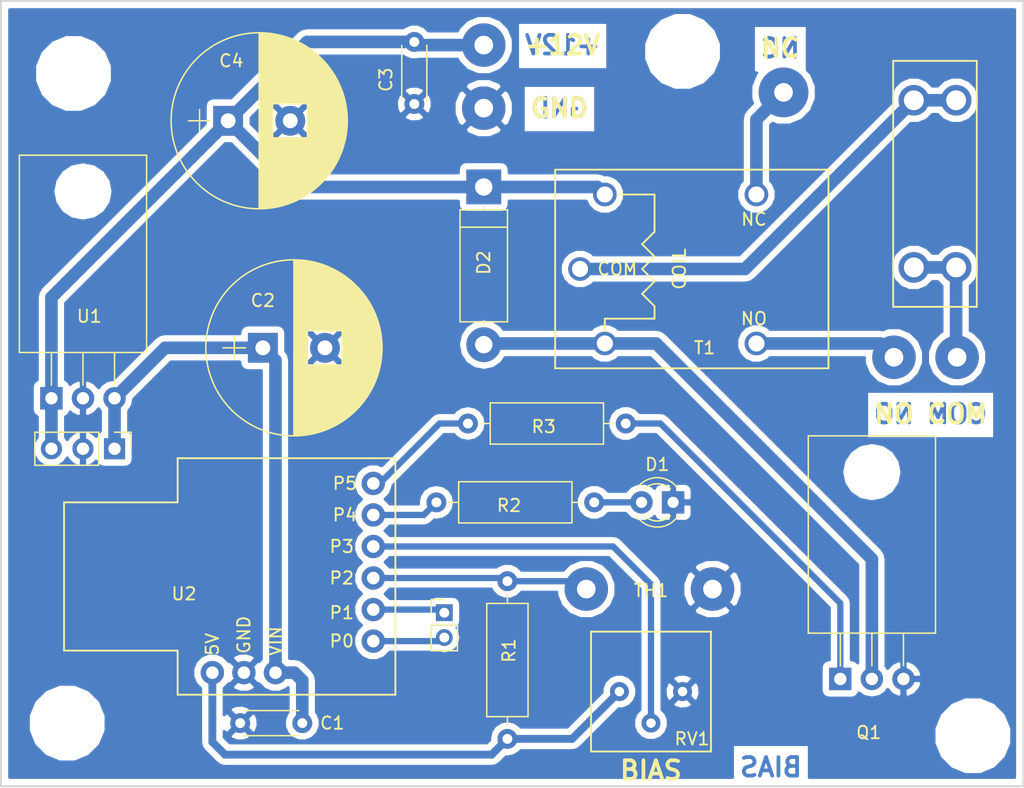
<source format=kicad_pcb>
(kicad_pcb (version 4) (host pcbnew 4.0.4-stable)

  (general
    (links 40)
    (no_connects 0)
    (area -28.952 5.592 199.746286 145.909)
    (thickness 1.6)
    (drawings 16)
    (tracks 75)
    (zones 0)
    (modules 25)
    (nets 18)
  )

  (page USLetter)
  (title_block
    (title "Thermostat Controller- Digispark Micro")
    (date 2017-04-25)
    (rev 1.1)
    (comment 1 "Controller for Dometic RV fridge")
    (comment 2 "Relay controls AC heater")
    (comment 3 "U1 Min: 7805 Max: 7812")
    (comment 4 "U2 must be socketed, cannot be programmed in circuit.")
  )

  (layers
    (0 F.Cu signal hide)
    (31 B.Cu signal)
    (32 B.Adhes user hide)
    (33 F.Adhes user hide)
    (34 B.Paste user hide)
    (35 F.Paste user hide)
    (36 B.SilkS user hide)
    (37 F.SilkS user)
    (38 B.Mask user)
    (39 F.Mask user)
    (40 Dwgs.User user hide)
    (41 Cmts.User user hide)
    (42 Eco1.User user hide)
    (43 Eco2.User user hide)
    (44 Edge.Cuts user)
    (45 Margin user hide)
    (46 B.CrtYd user hide)
    (47 F.CrtYd user hide)
    (48 B.Fab user hide)
    (49 F.Fab user hide)
  )

  (setup
    (last_trace_width 1.016)
    (user_trace_width 0.254)
    (user_trace_width 0.381)
    (user_trace_width 0.508)
    (user_trace_width 0.635)
    (user_trace_width 1.016)
    (trace_clearance 0.2)
    (zone_clearance 0.508)
    (zone_45_only no)
    (trace_min 0.2)
    (segment_width 0.2)
    (edge_width 0.15)
    (via_size 0.6)
    (via_drill 0.4)
    (via_min_size 0.4)
    (via_min_drill 0.3)
    (uvia_size 0.3)
    (uvia_drill 0.1)
    (uvias_allowed no)
    (uvia_min_size 0.2)
    (uvia_min_drill 0.1)
    (pcb_text_width 0.3)
    (pcb_text_size 1.5 1.5)
    (mod_edge_width 0.15)
    (mod_text_size 1 1)
    (mod_text_width 0.15)
    (pad_size 1.524 1.524)
    (pad_drill 0.762)
    (pad_to_mask_clearance 0.2)
    (aux_axis_origin 0 0)
    (grid_origin 141.732 76.2)
    (visible_elements 7FFFFF7F)
    (pcbplotparams
      (layerselection 0x01000_80000000)
      (usegerberextensions false)
      (excludeedgelayer false)
      (linewidth 0.100000)
      (plotframeref false)
      (viasonmask false)
      (mode 1)
      (useauxorigin false)
      (hpglpennumber 1)
      (hpglpenspeed 20)
      (hpglpendiameter 15)
      (hpglpenoverlay 2)
      (psnegative false)
      (psa4output false)
      (plotreference false)
      (plotvalue false)
      (plotinvisibletext false)
      (padsonsilk false)
      (subtractmaskfromsilk false)
      (outputformat 2)
      (mirror true)
      (drillshape 2)
      (scaleselection 1)
      (outputdirectory ""))
  )

  (net 0 "")
  (net 1 "Net-(C1-Pad1)")
  (net 2 GND)
  (net 3 +12V)
  (net 4 "Net-(D1-Pad2)")
  (net 5 "Net-(D2-Pad2)")
  (net 6 "Net-(P2-Pad1)")
  (net 7 "Net-(P2-Pad2)")
  (net 8 "Net-(P3-Pad1)")
  (net 9 "Net-(P3-Pad2)")
  (net 10 "Net-(P4-Pad1)")
  (net 11 "Net-(P5-Pad2)")
  (net 12 "Net-(Q1-Pad1)")
  (net 13 "Net-(R1-Pad1)")
  (net 14 "Net-(R1-Pad2)")
  (net 15 "Net-(R2-Pad2)")
  (net 16 "Net-(R3-Pad2)")
  (net 17 "Net-(RV1-Pad2)")

  (net_class Default "This is the default net class."
    (clearance 0.2)
    (trace_width 0.25)
    (via_dia 0.6)
    (via_drill 0.4)
    (uvia_dia 0.3)
    (uvia_drill 0.1)
    (add_net +12V)
    (add_net GND)
    (add_net "Net-(C1-Pad1)")
    (add_net "Net-(D1-Pad2)")
    (add_net "Net-(D2-Pad2)")
    (add_net "Net-(P2-Pad1)")
    (add_net "Net-(P2-Pad2)")
    (add_net "Net-(P3-Pad1)")
    (add_net "Net-(P3-Pad2)")
    (add_net "Net-(P4-Pad1)")
    (add_net "Net-(P5-Pad2)")
    (add_net "Net-(Q1-Pad1)")
    (add_net "Net-(R1-Pad1)")
    (add_net "Net-(R1-Pad2)")
    (add_net "Net-(R2-Pad2)")
    (add_net "Net-(R3-Pad2)")
    (add_net "Net-(RV1-Pad2)")
  )

  (net_class THICK ""
    (clearance 0.254)
    (trace_width 0.381)
    (via_dia 0.6)
    (via_drill 0.4)
    (uvia_dia 0.3)
    (uvia_drill 0.1)
  )

  (module Mounting_Holes:MountingHole_5mm (layer F.Cu) (tedit 58FFFC3C) (tstamp 59000FB0)
    (at 156.464 68.834)
    (descr "Mounting Hole 5mm, no annular")
    (tags "mounting hole 5mm no annular")
    (fp_text reference REF** (at 0 -6) (layer F.SilkS) hide
      (effects (font (size 1 1) (thickness 0.15)))
    )
    (fp_text value MountingHole_5mm (at 0.254 -10.16) (layer F.Fab) hide
      (effects (font (size 1 1) (thickness 0.15)))
    )
    (fp_circle (center 0 0) (end 5 0) (layer Cmts.User) (width 0.15))
    (fp_circle (center 0 0) (end 5.25 0) (layer F.CrtYd) (width 0.05))
    (pad 1 np_thru_hole circle (at 0 0) (size 5 5) (drill 5) (layers *.Cu *.Mask))
  )

  (module Mounting_Holes:MountingHole_5mm (layer F.Cu) (tedit 58FFFC14) (tstamp 59000FA7)
    (at 179.832 123.952)
    (descr "Mounting Hole 5mm, no annular")
    (tags "mounting hole 5mm no annular")
    (fp_text reference REF** (at 17.272 -0.254) (layer F.SilkS) hide
      (effects (font (size 1 1) (thickness 0.15)))
    )
    (fp_text value MountingHole_5mm (at 12.446 10.16) (layer F.Fab) hide
      (effects (font (size 1 1) (thickness 0.15)))
    )
    (fp_circle (center 0 0) (end 5 0) (layer Cmts.User) (width 0.15))
    (fp_circle (center 0 0) (end 5.25 0) (layer F.CrtYd) (width 0.05))
    (pad 1 np_thru_hole circle (at 0 0) (size 5 5) (drill 5) (layers *.Cu *.Mask))
  )

  (module Mounting_Holes:MountingHole_5mm (layer F.Cu) (tedit 58FFFCC3) (tstamp 59000FA0)
    (at 106.934 122.936)
    (descr "Mounting Hole 5mm, no annular")
    (tags "mounting hole 5mm no annular")
    (fp_text reference REF** (at -4.064 21.844) (layer F.SilkS) hide
      (effects (font (size 1 1) (thickness 0.15)))
    )
    (fp_text value MountingHole_5mm (at 0.508 20.574) (layer F.Fab) hide
      (effects (font (size 1 1) (thickness 0.15)))
    )
    (fp_circle (center 0 0) (end 5 0) (layer Cmts.User) (width 0.15))
    (fp_circle (center 0 0) (end 5.25 0) (layer F.CrtYd) (width 0.05))
    (pad 1 np_thru_hole circle (at 0 0) (size 5 5) (drill 5) (layers *.Cu *.Mask))
  )

  (module COMPLIB:SolderWirePad_2x_1-5mmDrill-CUSTOMWIDE (layer F.Cu) (tedit 58FFFCB4) (tstamp 590006AD)
    (at 153.797 112.141)
    (path /58FFBA6C)
    (fp_text reference TH1 (at 0.127 0.127) (layer F.SilkS)
      (effects (font (size 1 1) (thickness 0.15)))
    )
    (fp_text value THERMISTOR (at 0.381 -2.667) (layer F.Fab)
      (effects (font (size 1 1) (thickness 0.15)))
    )
    (pad 1 thru_hole circle (at -5.08 0) (size 3.50012 3.50012) (drill 1.50114) (layers *.Cu *.Mask)
      (net 13 "Net-(R1-Pad1)"))
    (pad 2 thru_hole circle (at 5.08 0) (size 3.50012 3.50012) (drill 1.50114) (layers *.Cu *.Mask)
      (net 2 GND))
  )

  (module Capacitors_ThroughHole:C_Disc_D4.3mm_W1.9mm_P5.00mm (layer F.Cu) (tedit 58FFFCC7) (tstamp 58FFF317)
    (at 125.857 122.936 180)
    (descr "C, Disc series, Radial, pin pitch=5.00mm, , diameter*width=4.3*1.9mm^2, Capacitor, http://www.vishay.com/docs/45233/krseries.pdf")
    (tags "C Disc series Radial pin pitch 5.00mm  diameter 4.3mm width 1.9mm Capacitor")
    (path /58FFF370)
    (fp_text reference C1 (at -2.413 0 180) (layer F.SilkS)
      (effects (font (size 1 1) (thickness 0.15)))
    )
    (fp_text value C (at -3.937 -13.97 180) (layer F.Fab) hide
      (effects (font (size 1 1) (thickness 0.15)))
    )
    (fp_line (start 0.35 -0.95) (end 0.35 0.95) (layer F.Fab) (width 0.1))
    (fp_line (start 0.35 0.95) (end 4.65 0.95) (layer F.Fab) (width 0.1))
    (fp_line (start 4.65 0.95) (end 4.65 -0.95) (layer F.Fab) (width 0.1))
    (fp_line (start 4.65 -0.95) (end 0.35 -0.95) (layer F.Fab) (width 0.1))
    (fp_line (start 0.29 -1.01) (end 4.71 -1.01) (layer F.SilkS) (width 0.12))
    (fp_line (start 0.29 1.01) (end 4.71 1.01) (layer F.SilkS) (width 0.12))
    (fp_line (start 0.29 -1.01) (end 0.29 -0.996) (layer F.SilkS) (width 0.12))
    (fp_line (start 0.29 0.996) (end 0.29 1.01) (layer F.SilkS) (width 0.12))
    (fp_line (start 4.71 -1.01) (end 4.71 -0.996) (layer F.SilkS) (width 0.12))
    (fp_line (start 4.71 0.996) (end 4.71 1.01) (layer F.SilkS) (width 0.12))
    (fp_line (start -1.05 -1.3) (end -1.05 1.3) (layer F.CrtYd) (width 0.05))
    (fp_line (start -1.05 1.3) (end 6.05 1.3) (layer F.CrtYd) (width 0.05))
    (fp_line (start 6.05 1.3) (end 6.05 -1.3) (layer F.CrtYd) (width 0.05))
    (fp_line (start 6.05 -1.3) (end -1.05 -1.3) (layer F.CrtYd) (width 0.05))
    (pad 1 thru_hole circle (at 0 0 180) (size 1.6 1.6) (drill 0.8) (layers *.Cu *.Mask)
      (net 1 "Net-(C1-Pad1)"))
    (pad 2 thru_hole circle (at 5 0 180) (size 1.6 1.6) (drill 0.8) (layers *.Cu *.Mask)
      (net 2 GND))
    (model Capacitors_THT.3dshapes/C_Disc_D4.3mm_W1.9mm_P5.00mm.wrl
      (at (xyz 0 0 0))
      (scale (xyz 0.393701 0.393701 0.393701))
      (rotate (xyz 0 0 0))
    )
  )

  (module Capacitors_ThroughHole:CP_Radial_D14.0mm_P5.00mm (layer F.Cu) (tedit 58FFFC5F) (tstamp 58FFF41E)
    (at 122.682 92.71)
    (descr "CP, Radial series, Radial, pin pitch=5.00mm, , diameter=14mm, Electrolytic Capacitor")
    (tags "CP Radial series Radial pin pitch 5.00mm  diameter 14mm Electrolytic Capacitor")
    (path /58FFF3EB)
    (fp_text reference C2 (at 0 -3.81) (layer F.SilkS)
      (effects (font (size 1 1) (thickness 0.15)))
    )
    (fp_text value CP1 (at -36.322 16.256) (layer F.Fab) hide
      (effects (font (size 1 1) (thickness 0.15)))
    )
    (fp_circle (center 2.5 0) (end 9.5 0) (layer F.Fab) (width 0.1))
    (fp_circle (center 2.5 0) (end 9.59 0) (layer F.SilkS) (width 0.12))
    (fp_line (start -3.2 0) (end -1.4 0) (layer F.Fab) (width 0.1))
    (fp_line (start -2.3 -0.9) (end -2.3 0.9) (layer F.Fab) (width 0.1))
    (fp_line (start 2.5 -7.05) (end 2.5 7.05) (layer F.SilkS) (width 0.12))
    (fp_line (start 2.54 -7.05) (end 2.54 7.05) (layer F.SilkS) (width 0.12))
    (fp_line (start 2.58 -7.05) (end 2.58 7.05) (layer F.SilkS) (width 0.12))
    (fp_line (start 2.62 -7.049) (end 2.62 7.049) (layer F.SilkS) (width 0.12))
    (fp_line (start 2.66 -7.049) (end 2.66 7.049) (layer F.SilkS) (width 0.12))
    (fp_line (start 2.7 -7.048) (end 2.7 7.048) (layer F.SilkS) (width 0.12))
    (fp_line (start 2.74 -7.046) (end 2.74 7.046) (layer F.SilkS) (width 0.12))
    (fp_line (start 2.78 -7.045) (end 2.78 7.045) (layer F.SilkS) (width 0.12))
    (fp_line (start 2.82 -7.043) (end 2.82 7.043) (layer F.SilkS) (width 0.12))
    (fp_line (start 2.86 -7.041) (end 2.86 7.041) (layer F.SilkS) (width 0.12))
    (fp_line (start 2.9 -7.039) (end 2.9 7.039) (layer F.SilkS) (width 0.12))
    (fp_line (start 2.94 -7.037) (end 2.94 7.037) (layer F.SilkS) (width 0.12))
    (fp_line (start 2.98 -7.034) (end 2.98 7.034) (layer F.SilkS) (width 0.12))
    (fp_line (start 3.02 -7.031) (end 3.02 7.031) (layer F.SilkS) (width 0.12))
    (fp_line (start 3.06 -7.028) (end 3.06 7.028) (layer F.SilkS) (width 0.12))
    (fp_line (start 3.1 -7.025) (end 3.1 7.025) (layer F.SilkS) (width 0.12))
    (fp_line (start 3.14 -7.022) (end 3.14 7.022) (layer F.SilkS) (width 0.12))
    (fp_line (start 3.18 -7.018) (end 3.18 7.018) (layer F.SilkS) (width 0.12))
    (fp_line (start 3.221 -7.014) (end 3.221 7.014) (layer F.SilkS) (width 0.12))
    (fp_line (start 3.261 -7.01) (end 3.261 7.01) (layer F.SilkS) (width 0.12))
    (fp_line (start 3.301 -7.005) (end 3.301 7.005) (layer F.SilkS) (width 0.12))
    (fp_line (start 3.341 -7.001) (end 3.341 7.001) (layer F.SilkS) (width 0.12))
    (fp_line (start 3.381 -6.996) (end 3.381 6.996) (layer F.SilkS) (width 0.12))
    (fp_line (start 3.421 -6.991) (end 3.421 6.991) (layer F.SilkS) (width 0.12))
    (fp_line (start 3.461 -6.985) (end 3.461 6.985) (layer F.SilkS) (width 0.12))
    (fp_line (start 3.501 -6.98) (end 3.501 6.98) (layer F.SilkS) (width 0.12))
    (fp_line (start 3.541 -6.974) (end 3.541 6.974) (layer F.SilkS) (width 0.12))
    (fp_line (start 3.581 -6.968) (end 3.581 6.968) (layer F.SilkS) (width 0.12))
    (fp_line (start 3.621 -6.961) (end 3.621 -1.38) (layer F.SilkS) (width 0.12))
    (fp_line (start 3.621 1.38) (end 3.621 6.961) (layer F.SilkS) (width 0.12))
    (fp_line (start 3.661 -6.955) (end 3.661 -1.38) (layer F.SilkS) (width 0.12))
    (fp_line (start 3.661 1.38) (end 3.661 6.955) (layer F.SilkS) (width 0.12))
    (fp_line (start 3.701 -6.948) (end 3.701 -1.38) (layer F.SilkS) (width 0.12))
    (fp_line (start 3.701 1.38) (end 3.701 6.948) (layer F.SilkS) (width 0.12))
    (fp_line (start 3.741 -6.941) (end 3.741 -1.38) (layer F.SilkS) (width 0.12))
    (fp_line (start 3.741 1.38) (end 3.741 6.941) (layer F.SilkS) (width 0.12))
    (fp_line (start 3.781 -6.934) (end 3.781 -1.38) (layer F.SilkS) (width 0.12))
    (fp_line (start 3.781 1.38) (end 3.781 6.934) (layer F.SilkS) (width 0.12))
    (fp_line (start 3.821 -6.927) (end 3.821 -1.38) (layer F.SilkS) (width 0.12))
    (fp_line (start 3.821 1.38) (end 3.821 6.927) (layer F.SilkS) (width 0.12))
    (fp_line (start 3.861 -6.919) (end 3.861 -1.38) (layer F.SilkS) (width 0.12))
    (fp_line (start 3.861 1.38) (end 3.861 6.919) (layer F.SilkS) (width 0.12))
    (fp_line (start 3.901 -6.911) (end 3.901 -1.38) (layer F.SilkS) (width 0.12))
    (fp_line (start 3.901 1.38) (end 3.901 6.911) (layer F.SilkS) (width 0.12))
    (fp_line (start 3.941 -6.903) (end 3.941 -1.38) (layer F.SilkS) (width 0.12))
    (fp_line (start 3.941 1.38) (end 3.941 6.903) (layer F.SilkS) (width 0.12))
    (fp_line (start 3.981 -6.894) (end 3.981 -1.38) (layer F.SilkS) (width 0.12))
    (fp_line (start 3.981 1.38) (end 3.981 6.894) (layer F.SilkS) (width 0.12))
    (fp_line (start 4.021 -6.886) (end 4.021 -1.38) (layer F.SilkS) (width 0.12))
    (fp_line (start 4.021 1.38) (end 4.021 6.886) (layer F.SilkS) (width 0.12))
    (fp_line (start 4.061 -6.877) (end 4.061 -1.38) (layer F.SilkS) (width 0.12))
    (fp_line (start 4.061 1.38) (end 4.061 6.877) (layer F.SilkS) (width 0.12))
    (fp_line (start 4.101 -6.868) (end 4.101 -1.38) (layer F.SilkS) (width 0.12))
    (fp_line (start 4.101 1.38) (end 4.101 6.868) (layer F.SilkS) (width 0.12))
    (fp_line (start 4.141 -6.858) (end 4.141 -1.38) (layer F.SilkS) (width 0.12))
    (fp_line (start 4.141 1.38) (end 4.141 6.858) (layer F.SilkS) (width 0.12))
    (fp_line (start 4.181 -6.849) (end 4.181 -1.38) (layer F.SilkS) (width 0.12))
    (fp_line (start 4.181 1.38) (end 4.181 6.849) (layer F.SilkS) (width 0.12))
    (fp_line (start 4.221 -6.839) (end 4.221 -1.38) (layer F.SilkS) (width 0.12))
    (fp_line (start 4.221 1.38) (end 4.221 6.839) (layer F.SilkS) (width 0.12))
    (fp_line (start 4.261 -6.829) (end 4.261 -1.38) (layer F.SilkS) (width 0.12))
    (fp_line (start 4.261 1.38) (end 4.261 6.829) (layer F.SilkS) (width 0.12))
    (fp_line (start 4.301 -6.818) (end 4.301 -1.38) (layer F.SilkS) (width 0.12))
    (fp_line (start 4.301 1.38) (end 4.301 6.818) (layer F.SilkS) (width 0.12))
    (fp_line (start 4.341 -6.808) (end 4.341 -1.38) (layer F.SilkS) (width 0.12))
    (fp_line (start 4.341 1.38) (end 4.341 6.808) (layer F.SilkS) (width 0.12))
    (fp_line (start 4.381 -6.797) (end 4.381 -1.38) (layer F.SilkS) (width 0.12))
    (fp_line (start 4.381 1.38) (end 4.381 6.797) (layer F.SilkS) (width 0.12))
    (fp_line (start 4.421 -6.786) (end 4.421 -1.38) (layer F.SilkS) (width 0.12))
    (fp_line (start 4.421 1.38) (end 4.421 6.786) (layer F.SilkS) (width 0.12))
    (fp_line (start 4.461 -6.774) (end 4.461 -1.38) (layer F.SilkS) (width 0.12))
    (fp_line (start 4.461 1.38) (end 4.461 6.774) (layer F.SilkS) (width 0.12))
    (fp_line (start 4.501 -6.763) (end 4.501 -1.38) (layer F.SilkS) (width 0.12))
    (fp_line (start 4.501 1.38) (end 4.501 6.763) (layer F.SilkS) (width 0.12))
    (fp_line (start 4.541 -6.751) (end 4.541 -1.38) (layer F.SilkS) (width 0.12))
    (fp_line (start 4.541 1.38) (end 4.541 6.751) (layer F.SilkS) (width 0.12))
    (fp_line (start 4.581 -6.739) (end 4.581 -1.38) (layer F.SilkS) (width 0.12))
    (fp_line (start 4.581 1.38) (end 4.581 6.739) (layer F.SilkS) (width 0.12))
    (fp_line (start 4.621 -6.726) (end 4.621 -1.38) (layer F.SilkS) (width 0.12))
    (fp_line (start 4.621 1.38) (end 4.621 6.726) (layer F.SilkS) (width 0.12))
    (fp_line (start 4.661 -6.713) (end 4.661 -1.38) (layer F.SilkS) (width 0.12))
    (fp_line (start 4.661 1.38) (end 4.661 6.713) (layer F.SilkS) (width 0.12))
    (fp_line (start 4.701 -6.701) (end 4.701 -1.38) (layer F.SilkS) (width 0.12))
    (fp_line (start 4.701 1.38) (end 4.701 6.701) (layer F.SilkS) (width 0.12))
    (fp_line (start 4.741 -6.687) (end 4.741 -1.38) (layer F.SilkS) (width 0.12))
    (fp_line (start 4.741 1.38) (end 4.741 6.687) (layer F.SilkS) (width 0.12))
    (fp_line (start 4.781 -6.674) (end 4.781 -1.38) (layer F.SilkS) (width 0.12))
    (fp_line (start 4.781 1.38) (end 4.781 6.674) (layer F.SilkS) (width 0.12))
    (fp_line (start 4.821 -6.66) (end 4.821 -1.38) (layer F.SilkS) (width 0.12))
    (fp_line (start 4.821 1.38) (end 4.821 6.66) (layer F.SilkS) (width 0.12))
    (fp_line (start 4.861 -6.646) (end 4.861 -1.38) (layer F.SilkS) (width 0.12))
    (fp_line (start 4.861 1.38) (end 4.861 6.646) (layer F.SilkS) (width 0.12))
    (fp_line (start 4.901 -6.632) (end 4.901 -1.38) (layer F.SilkS) (width 0.12))
    (fp_line (start 4.901 1.38) (end 4.901 6.632) (layer F.SilkS) (width 0.12))
    (fp_line (start 4.941 -6.617) (end 4.941 -1.38) (layer F.SilkS) (width 0.12))
    (fp_line (start 4.941 1.38) (end 4.941 6.617) (layer F.SilkS) (width 0.12))
    (fp_line (start 4.981 -6.603) (end 4.981 -1.38) (layer F.SilkS) (width 0.12))
    (fp_line (start 4.981 1.38) (end 4.981 6.603) (layer F.SilkS) (width 0.12))
    (fp_line (start 5.021 -6.588) (end 5.021 -1.38) (layer F.SilkS) (width 0.12))
    (fp_line (start 5.021 1.38) (end 5.021 6.588) (layer F.SilkS) (width 0.12))
    (fp_line (start 5.061 -6.572) (end 5.061 -1.38) (layer F.SilkS) (width 0.12))
    (fp_line (start 5.061 1.38) (end 5.061 6.572) (layer F.SilkS) (width 0.12))
    (fp_line (start 5.101 -6.557) (end 5.101 -1.38) (layer F.SilkS) (width 0.12))
    (fp_line (start 5.101 1.38) (end 5.101 6.557) (layer F.SilkS) (width 0.12))
    (fp_line (start 5.141 -6.541) (end 5.141 -1.38) (layer F.SilkS) (width 0.12))
    (fp_line (start 5.141 1.38) (end 5.141 6.541) (layer F.SilkS) (width 0.12))
    (fp_line (start 5.181 -6.524) (end 5.181 -1.38) (layer F.SilkS) (width 0.12))
    (fp_line (start 5.181 1.38) (end 5.181 6.524) (layer F.SilkS) (width 0.12))
    (fp_line (start 5.221 -6.508) (end 5.221 -1.38) (layer F.SilkS) (width 0.12))
    (fp_line (start 5.221 1.38) (end 5.221 6.508) (layer F.SilkS) (width 0.12))
    (fp_line (start 5.261 -6.491) (end 5.261 -1.38) (layer F.SilkS) (width 0.12))
    (fp_line (start 5.261 1.38) (end 5.261 6.491) (layer F.SilkS) (width 0.12))
    (fp_line (start 5.301 -6.474) (end 5.301 -1.38) (layer F.SilkS) (width 0.12))
    (fp_line (start 5.301 1.38) (end 5.301 6.474) (layer F.SilkS) (width 0.12))
    (fp_line (start 5.341 -6.457) (end 5.341 -1.38) (layer F.SilkS) (width 0.12))
    (fp_line (start 5.341 1.38) (end 5.341 6.457) (layer F.SilkS) (width 0.12))
    (fp_line (start 5.381 -6.439) (end 5.381 -1.38) (layer F.SilkS) (width 0.12))
    (fp_line (start 5.381 1.38) (end 5.381 6.439) (layer F.SilkS) (width 0.12))
    (fp_line (start 5.421 -6.421) (end 5.421 -1.38) (layer F.SilkS) (width 0.12))
    (fp_line (start 5.421 1.38) (end 5.421 6.421) (layer F.SilkS) (width 0.12))
    (fp_line (start 5.461 -6.403) (end 5.461 -1.38) (layer F.SilkS) (width 0.12))
    (fp_line (start 5.461 1.38) (end 5.461 6.403) (layer F.SilkS) (width 0.12))
    (fp_line (start 5.501 -6.385) (end 5.501 -1.38) (layer F.SilkS) (width 0.12))
    (fp_line (start 5.501 1.38) (end 5.501 6.385) (layer F.SilkS) (width 0.12))
    (fp_line (start 5.541 -6.366) (end 5.541 -1.38) (layer F.SilkS) (width 0.12))
    (fp_line (start 5.541 1.38) (end 5.541 6.366) (layer F.SilkS) (width 0.12))
    (fp_line (start 5.581 -6.347) (end 5.581 -1.38) (layer F.SilkS) (width 0.12))
    (fp_line (start 5.581 1.38) (end 5.581 6.347) (layer F.SilkS) (width 0.12))
    (fp_line (start 5.621 -6.327) (end 5.621 -1.38) (layer F.SilkS) (width 0.12))
    (fp_line (start 5.621 1.38) (end 5.621 6.327) (layer F.SilkS) (width 0.12))
    (fp_line (start 5.661 -6.307) (end 5.661 -1.38) (layer F.SilkS) (width 0.12))
    (fp_line (start 5.661 1.38) (end 5.661 6.307) (layer F.SilkS) (width 0.12))
    (fp_line (start 5.701 -6.287) (end 5.701 -1.38) (layer F.SilkS) (width 0.12))
    (fp_line (start 5.701 1.38) (end 5.701 6.287) (layer F.SilkS) (width 0.12))
    (fp_line (start 5.741 -6.267) (end 5.741 -1.38) (layer F.SilkS) (width 0.12))
    (fp_line (start 5.741 1.38) (end 5.741 6.267) (layer F.SilkS) (width 0.12))
    (fp_line (start 5.781 -6.246) (end 5.781 -1.38) (layer F.SilkS) (width 0.12))
    (fp_line (start 5.781 1.38) (end 5.781 6.246) (layer F.SilkS) (width 0.12))
    (fp_line (start 5.821 -6.225) (end 5.821 -1.38) (layer F.SilkS) (width 0.12))
    (fp_line (start 5.821 1.38) (end 5.821 6.225) (layer F.SilkS) (width 0.12))
    (fp_line (start 5.861 -6.204) (end 5.861 -1.38) (layer F.SilkS) (width 0.12))
    (fp_line (start 5.861 1.38) (end 5.861 6.204) (layer F.SilkS) (width 0.12))
    (fp_line (start 5.901 -6.182) (end 5.901 -1.38) (layer F.SilkS) (width 0.12))
    (fp_line (start 5.901 1.38) (end 5.901 6.182) (layer F.SilkS) (width 0.12))
    (fp_line (start 5.941 -6.16) (end 5.941 -1.38) (layer F.SilkS) (width 0.12))
    (fp_line (start 5.941 1.38) (end 5.941 6.16) (layer F.SilkS) (width 0.12))
    (fp_line (start 5.981 -6.138) (end 5.981 -1.38) (layer F.SilkS) (width 0.12))
    (fp_line (start 5.981 1.38) (end 5.981 6.138) (layer F.SilkS) (width 0.12))
    (fp_line (start 6.021 -6.115) (end 6.021 -1.38) (layer F.SilkS) (width 0.12))
    (fp_line (start 6.021 1.38) (end 6.021 6.115) (layer F.SilkS) (width 0.12))
    (fp_line (start 6.061 -6.092) (end 6.061 -1.38) (layer F.SilkS) (width 0.12))
    (fp_line (start 6.061 1.38) (end 6.061 6.092) (layer F.SilkS) (width 0.12))
    (fp_line (start 6.101 -6.069) (end 6.101 -1.38) (layer F.SilkS) (width 0.12))
    (fp_line (start 6.101 1.38) (end 6.101 6.069) (layer F.SilkS) (width 0.12))
    (fp_line (start 6.141 -6.045) (end 6.141 -1.38) (layer F.SilkS) (width 0.12))
    (fp_line (start 6.141 1.38) (end 6.141 6.045) (layer F.SilkS) (width 0.12))
    (fp_line (start 6.181 -6.021) (end 6.181 -1.38) (layer F.SilkS) (width 0.12))
    (fp_line (start 6.181 1.38) (end 6.181 6.021) (layer F.SilkS) (width 0.12))
    (fp_line (start 6.221 -5.996) (end 6.221 -1.38) (layer F.SilkS) (width 0.12))
    (fp_line (start 6.221 1.38) (end 6.221 5.996) (layer F.SilkS) (width 0.12))
    (fp_line (start 6.261 -5.971) (end 6.261 -1.38) (layer F.SilkS) (width 0.12))
    (fp_line (start 6.261 1.38) (end 6.261 5.971) (layer F.SilkS) (width 0.12))
    (fp_line (start 6.301 -5.946) (end 6.301 -1.38) (layer F.SilkS) (width 0.12))
    (fp_line (start 6.301 1.38) (end 6.301 5.946) (layer F.SilkS) (width 0.12))
    (fp_line (start 6.341 -5.921) (end 6.341 -1.38) (layer F.SilkS) (width 0.12))
    (fp_line (start 6.341 1.38) (end 6.341 5.921) (layer F.SilkS) (width 0.12))
    (fp_line (start 6.381 -5.895) (end 6.381 5.895) (layer F.SilkS) (width 0.12))
    (fp_line (start 6.421 -5.868) (end 6.421 5.868) (layer F.SilkS) (width 0.12))
    (fp_line (start 6.461 -5.842) (end 6.461 5.842) (layer F.SilkS) (width 0.12))
    (fp_line (start 6.501 -5.814) (end 6.501 5.814) (layer F.SilkS) (width 0.12))
    (fp_line (start 6.541 -5.787) (end 6.541 5.787) (layer F.SilkS) (width 0.12))
    (fp_line (start 6.581 -5.759) (end 6.581 5.759) (layer F.SilkS) (width 0.12))
    (fp_line (start 6.621 -5.731) (end 6.621 5.731) (layer F.SilkS) (width 0.12))
    (fp_line (start 6.661 -5.702) (end 6.661 5.702) (layer F.SilkS) (width 0.12))
    (fp_line (start 6.701 -5.673) (end 6.701 5.673) (layer F.SilkS) (width 0.12))
    (fp_line (start 6.741 -5.643) (end 6.741 5.643) (layer F.SilkS) (width 0.12))
    (fp_line (start 6.781 -5.613) (end 6.781 5.613) (layer F.SilkS) (width 0.12))
    (fp_line (start 6.821 -5.582) (end 6.821 5.582) (layer F.SilkS) (width 0.12))
    (fp_line (start 6.861 -5.551) (end 6.861 5.551) (layer F.SilkS) (width 0.12))
    (fp_line (start 6.901 -5.52) (end 6.901 5.52) (layer F.SilkS) (width 0.12))
    (fp_line (start 6.941 -5.488) (end 6.941 5.488) (layer F.SilkS) (width 0.12))
    (fp_line (start 6.981 -5.456) (end 6.981 5.456) (layer F.SilkS) (width 0.12))
    (fp_line (start 7.021 -5.423) (end 7.021 5.423) (layer F.SilkS) (width 0.12))
    (fp_line (start 7.061 -5.39) (end 7.061 5.39) (layer F.SilkS) (width 0.12))
    (fp_line (start 7.101 -5.356) (end 7.101 5.356) (layer F.SilkS) (width 0.12))
    (fp_line (start 7.141 -5.321) (end 7.141 5.321) (layer F.SilkS) (width 0.12))
    (fp_line (start 7.181 -5.286) (end 7.181 5.286) (layer F.SilkS) (width 0.12))
    (fp_line (start 7.221 -5.251) (end 7.221 5.251) (layer F.SilkS) (width 0.12))
    (fp_line (start 7.261 -5.215) (end 7.261 5.215) (layer F.SilkS) (width 0.12))
    (fp_line (start 7.301 -5.179) (end 7.301 5.179) (layer F.SilkS) (width 0.12))
    (fp_line (start 7.341 -5.141) (end 7.341 5.141) (layer F.SilkS) (width 0.12))
    (fp_line (start 7.381 -5.104) (end 7.381 5.104) (layer F.SilkS) (width 0.12))
    (fp_line (start 7.421 -5.066) (end 7.421 5.066) (layer F.SilkS) (width 0.12))
    (fp_line (start 7.461 -5.027) (end 7.461 5.027) (layer F.SilkS) (width 0.12))
    (fp_line (start 7.501 -4.987) (end 7.501 4.987) (layer F.SilkS) (width 0.12))
    (fp_line (start 7.541 -4.947) (end 7.541 4.947) (layer F.SilkS) (width 0.12))
    (fp_line (start 7.581 -4.906) (end 7.581 4.906) (layer F.SilkS) (width 0.12))
    (fp_line (start 7.621 -4.865) (end 7.621 4.865) (layer F.SilkS) (width 0.12))
    (fp_line (start 7.661 -4.823) (end 7.661 4.823) (layer F.SilkS) (width 0.12))
    (fp_line (start 7.701 -4.78) (end 7.701 4.78) (layer F.SilkS) (width 0.12))
    (fp_line (start 7.741 -4.737) (end 7.741 4.737) (layer F.SilkS) (width 0.12))
    (fp_line (start 7.781 -4.692) (end 7.781 4.692) (layer F.SilkS) (width 0.12))
    (fp_line (start 7.821 -4.647) (end 7.821 4.647) (layer F.SilkS) (width 0.12))
    (fp_line (start 7.861 -4.601) (end 7.861 4.601) (layer F.SilkS) (width 0.12))
    (fp_line (start 7.901 -4.555) (end 7.901 4.555) (layer F.SilkS) (width 0.12))
    (fp_line (start 7.941 -4.507) (end 7.941 4.507) (layer F.SilkS) (width 0.12))
    (fp_line (start 7.981 -4.459) (end 7.981 4.459) (layer F.SilkS) (width 0.12))
    (fp_line (start 8.021 -4.41) (end 8.021 4.41) (layer F.SilkS) (width 0.12))
    (fp_line (start 8.061 -4.36) (end 8.061 4.36) (layer F.SilkS) (width 0.12))
    (fp_line (start 8.101 -4.309) (end 8.101 4.309) (layer F.SilkS) (width 0.12))
    (fp_line (start 8.141 -4.257) (end 8.141 4.257) (layer F.SilkS) (width 0.12))
    (fp_line (start 8.181 -4.204) (end 8.181 4.204) (layer F.SilkS) (width 0.12))
    (fp_line (start 8.221 -4.15) (end 8.221 4.15) (layer F.SilkS) (width 0.12))
    (fp_line (start 8.261 -4.095) (end 8.261 4.095) (layer F.SilkS) (width 0.12))
    (fp_line (start 8.301 -4.038) (end 8.301 4.038) (layer F.SilkS) (width 0.12))
    (fp_line (start 8.341 -3.981) (end 8.341 3.981) (layer F.SilkS) (width 0.12))
    (fp_line (start 8.381 -3.922) (end 8.381 3.922) (layer F.SilkS) (width 0.12))
    (fp_line (start 8.421 -3.862) (end 8.421 3.862) (layer F.SilkS) (width 0.12))
    (fp_line (start 8.461 -3.801) (end 8.461 3.801) (layer F.SilkS) (width 0.12))
    (fp_line (start 8.501 -3.738) (end 8.501 3.738) (layer F.SilkS) (width 0.12))
    (fp_line (start 8.541 -3.674) (end 8.541 3.674) (layer F.SilkS) (width 0.12))
    (fp_line (start 8.581 -3.608) (end 8.581 3.608) (layer F.SilkS) (width 0.12))
    (fp_line (start 8.621 -3.54) (end 8.621 3.54) (layer F.SilkS) (width 0.12))
    (fp_line (start 8.661 -3.471) (end 8.661 3.471) (layer F.SilkS) (width 0.12))
    (fp_line (start 8.701 -3.4) (end 8.701 3.4) (layer F.SilkS) (width 0.12))
    (fp_line (start 8.741 -3.327) (end 8.741 3.327) (layer F.SilkS) (width 0.12))
    (fp_line (start 8.781 -3.251) (end 8.781 3.251) (layer F.SilkS) (width 0.12))
    (fp_line (start 8.821 -3.174) (end 8.821 3.174) (layer F.SilkS) (width 0.12))
    (fp_line (start 8.861 -3.094) (end 8.861 3.094) (layer F.SilkS) (width 0.12))
    (fp_line (start 8.901 -3.011) (end 8.901 3.011) (layer F.SilkS) (width 0.12))
    (fp_line (start 8.941 -2.926) (end 8.941 2.926) (layer F.SilkS) (width 0.12))
    (fp_line (start 8.981 -2.838) (end 8.981 2.838) (layer F.SilkS) (width 0.12))
    (fp_line (start 9.021 -2.746) (end 9.021 2.746) (layer F.SilkS) (width 0.12))
    (fp_line (start 9.061 -2.65) (end 9.061 2.65) (layer F.SilkS) (width 0.12))
    (fp_line (start 9.101 -2.55) (end 9.101 2.55) (layer F.SilkS) (width 0.12))
    (fp_line (start 9.141 -2.446) (end 9.141 2.446) (layer F.SilkS) (width 0.12))
    (fp_line (start 9.181 -2.337) (end 9.181 2.337) (layer F.SilkS) (width 0.12))
    (fp_line (start 9.221 -2.221) (end 9.221 2.221) (layer F.SilkS) (width 0.12))
    (fp_line (start 9.261 -2.098) (end 9.261 2.098) (layer F.SilkS) (width 0.12))
    (fp_line (start 9.301 -1.968) (end 9.301 1.968) (layer F.SilkS) (width 0.12))
    (fp_line (start 9.341 -1.827) (end 9.341 1.827) (layer F.SilkS) (width 0.12))
    (fp_line (start 9.381 -1.673) (end 9.381 1.673) (layer F.SilkS) (width 0.12))
    (fp_line (start 9.421 -1.504) (end 9.421 1.504) (layer F.SilkS) (width 0.12))
    (fp_line (start 9.461 -1.312) (end 9.461 1.312) (layer F.SilkS) (width 0.12))
    (fp_line (start 9.501 -1.087) (end 9.501 1.087) (layer F.SilkS) (width 0.12))
    (fp_line (start 9.541 -0.801) (end 9.541 0.801) (layer F.SilkS) (width 0.12))
    (fp_line (start 9.581 -0.337) (end 9.581 0.337) (layer F.SilkS) (width 0.12))
    (fp_line (start -3.2 0) (end -1.4 0) (layer F.SilkS) (width 0.12))
    (fp_line (start -2.3 -0.9) (end -2.3 0.9) (layer F.SilkS) (width 0.12))
    (fp_line (start -4.85 -7.35) (end -4.85 7.35) (layer F.CrtYd) (width 0.05))
    (fp_line (start -4.85 7.35) (end 9.85 7.35) (layer F.CrtYd) (width 0.05))
    (fp_line (start 9.85 7.35) (end 9.85 -7.35) (layer F.CrtYd) (width 0.05))
    (fp_line (start 9.85 -7.35) (end -4.85 -7.35) (layer F.CrtYd) (width 0.05))
    (pad 1 thru_hole rect (at 0 0) (size 2.4 2.4) (drill 1.2) (layers *.Cu *.Mask)
      (net 1 "Net-(C1-Pad1)"))
    (pad 2 thru_hole circle (at 5 0) (size 2.4 2.4) (drill 1.2) (layers *.Cu *.Mask)
      (net 2 GND))
    (model Capacitors_THT.3dshapes/CP_Radial_D14.0mm_P5.00mm.wrl
      (at (xyz 0 0 0))
      (scale (xyz 0.393701 0.393701 0.393701))
      (rotate (xyz 0 0 0))
    )
  )

  (module Capacitors_ThroughHole:C_Disc_D4.3mm_W1.9mm_P5.00mm (layer F.Cu) (tedit 58FFFC45) (tstamp 58FFF432)
    (at 134.874 68.072 270)
    (descr "C, Disc series, Radial, pin pitch=5.00mm, , diameter*width=4.3*1.9mm^2, Capacitor, http://www.vishay.com/docs/45233/krseries.pdf")
    (tags "C Disc series Radial pin pitch 5.00mm  diameter 4.3mm width 1.9mm Capacitor")
    (path /58FFF58E)
    (fp_text reference C3 (at 3.048 2.286 270) (layer F.SilkS)
      (effects (font (size 1 1) (thickness 0.15)))
    )
    (fp_text value C (at -5.588 0.762 270) (layer F.Fab) hide
      (effects (font (size 1 1) (thickness 0.15)))
    )
    (fp_line (start 0.35 -0.95) (end 0.35 0.95) (layer F.Fab) (width 0.1))
    (fp_line (start 0.35 0.95) (end 4.65 0.95) (layer F.Fab) (width 0.1))
    (fp_line (start 4.65 0.95) (end 4.65 -0.95) (layer F.Fab) (width 0.1))
    (fp_line (start 4.65 -0.95) (end 0.35 -0.95) (layer F.Fab) (width 0.1))
    (fp_line (start 0.29 -1.01) (end 4.71 -1.01) (layer F.SilkS) (width 0.12))
    (fp_line (start 0.29 1.01) (end 4.71 1.01) (layer F.SilkS) (width 0.12))
    (fp_line (start 0.29 -1.01) (end 0.29 -0.996) (layer F.SilkS) (width 0.12))
    (fp_line (start 0.29 0.996) (end 0.29 1.01) (layer F.SilkS) (width 0.12))
    (fp_line (start 4.71 -1.01) (end 4.71 -0.996) (layer F.SilkS) (width 0.12))
    (fp_line (start 4.71 0.996) (end 4.71 1.01) (layer F.SilkS) (width 0.12))
    (fp_line (start -1.05 -1.3) (end -1.05 1.3) (layer F.CrtYd) (width 0.05))
    (fp_line (start -1.05 1.3) (end 6.05 1.3) (layer F.CrtYd) (width 0.05))
    (fp_line (start 6.05 1.3) (end 6.05 -1.3) (layer F.CrtYd) (width 0.05))
    (fp_line (start 6.05 -1.3) (end -1.05 -1.3) (layer F.CrtYd) (width 0.05))
    (pad 1 thru_hole circle (at 0 0 270) (size 1.6 1.6) (drill 0.8) (layers *.Cu *.Mask)
      (net 3 +12V))
    (pad 2 thru_hole circle (at 5 0 270) (size 1.6 1.6) (drill 0.8) (layers *.Cu *.Mask)
      (net 2 GND))
    (model Capacitors_THT.3dshapes/C_Disc_D4.3mm_W1.9mm_P5.00mm.wrl
      (at (xyz 0 0 0))
      (scale (xyz 0.393701 0.393701 0.393701))
      (rotate (xyz 0 0 0))
    )
  )

  (module Capacitors_ThroughHole:CP_Radial_D14.0mm_P5.00mm (layer F.Cu) (tedit 58FFFC53) (tstamp 58FFF539)
    (at 119.888 74.422)
    (descr "CP, Radial series, Radial, pin pitch=5.00mm, , diameter=14mm, Electrolytic Capacitor")
    (tags "CP Radial series Radial pin pitch 5.00mm  diameter 14mm Electrolytic Capacitor")
    (path /58FFF664)
    (fp_text reference C4 (at 0.254 -4.826) (layer F.SilkS)
      (effects (font (size 1 1) (thickness 0.15)))
    )
    (fp_text value CP1 (at -35.306 -0.508) (layer F.Fab) hide
      (effects (font (size 1 1) (thickness 0.15)))
    )
    (fp_circle (center 2.5 0) (end 9.5 0) (layer F.Fab) (width 0.1))
    (fp_circle (center 2.5 0) (end 9.59 0) (layer F.SilkS) (width 0.12))
    (fp_line (start -3.2 0) (end -1.4 0) (layer F.Fab) (width 0.1))
    (fp_line (start -2.3 -0.9) (end -2.3 0.9) (layer F.Fab) (width 0.1))
    (fp_line (start 2.5 -7.05) (end 2.5 7.05) (layer F.SilkS) (width 0.12))
    (fp_line (start 2.54 -7.05) (end 2.54 7.05) (layer F.SilkS) (width 0.12))
    (fp_line (start 2.58 -7.05) (end 2.58 7.05) (layer F.SilkS) (width 0.12))
    (fp_line (start 2.62 -7.049) (end 2.62 7.049) (layer F.SilkS) (width 0.12))
    (fp_line (start 2.66 -7.049) (end 2.66 7.049) (layer F.SilkS) (width 0.12))
    (fp_line (start 2.7 -7.048) (end 2.7 7.048) (layer F.SilkS) (width 0.12))
    (fp_line (start 2.74 -7.046) (end 2.74 7.046) (layer F.SilkS) (width 0.12))
    (fp_line (start 2.78 -7.045) (end 2.78 7.045) (layer F.SilkS) (width 0.12))
    (fp_line (start 2.82 -7.043) (end 2.82 7.043) (layer F.SilkS) (width 0.12))
    (fp_line (start 2.86 -7.041) (end 2.86 7.041) (layer F.SilkS) (width 0.12))
    (fp_line (start 2.9 -7.039) (end 2.9 7.039) (layer F.SilkS) (width 0.12))
    (fp_line (start 2.94 -7.037) (end 2.94 7.037) (layer F.SilkS) (width 0.12))
    (fp_line (start 2.98 -7.034) (end 2.98 7.034) (layer F.SilkS) (width 0.12))
    (fp_line (start 3.02 -7.031) (end 3.02 7.031) (layer F.SilkS) (width 0.12))
    (fp_line (start 3.06 -7.028) (end 3.06 7.028) (layer F.SilkS) (width 0.12))
    (fp_line (start 3.1 -7.025) (end 3.1 7.025) (layer F.SilkS) (width 0.12))
    (fp_line (start 3.14 -7.022) (end 3.14 7.022) (layer F.SilkS) (width 0.12))
    (fp_line (start 3.18 -7.018) (end 3.18 7.018) (layer F.SilkS) (width 0.12))
    (fp_line (start 3.221 -7.014) (end 3.221 7.014) (layer F.SilkS) (width 0.12))
    (fp_line (start 3.261 -7.01) (end 3.261 7.01) (layer F.SilkS) (width 0.12))
    (fp_line (start 3.301 -7.005) (end 3.301 7.005) (layer F.SilkS) (width 0.12))
    (fp_line (start 3.341 -7.001) (end 3.341 7.001) (layer F.SilkS) (width 0.12))
    (fp_line (start 3.381 -6.996) (end 3.381 6.996) (layer F.SilkS) (width 0.12))
    (fp_line (start 3.421 -6.991) (end 3.421 6.991) (layer F.SilkS) (width 0.12))
    (fp_line (start 3.461 -6.985) (end 3.461 6.985) (layer F.SilkS) (width 0.12))
    (fp_line (start 3.501 -6.98) (end 3.501 6.98) (layer F.SilkS) (width 0.12))
    (fp_line (start 3.541 -6.974) (end 3.541 6.974) (layer F.SilkS) (width 0.12))
    (fp_line (start 3.581 -6.968) (end 3.581 6.968) (layer F.SilkS) (width 0.12))
    (fp_line (start 3.621 -6.961) (end 3.621 -1.38) (layer F.SilkS) (width 0.12))
    (fp_line (start 3.621 1.38) (end 3.621 6.961) (layer F.SilkS) (width 0.12))
    (fp_line (start 3.661 -6.955) (end 3.661 -1.38) (layer F.SilkS) (width 0.12))
    (fp_line (start 3.661 1.38) (end 3.661 6.955) (layer F.SilkS) (width 0.12))
    (fp_line (start 3.701 -6.948) (end 3.701 -1.38) (layer F.SilkS) (width 0.12))
    (fp_line (start 3.701 1.38) (end 3.701 6.948) (layer F.SilkS) (width 0.12))
    (fp_line (start 3.741 -6.941) (end 3.741 -1.38) (layer F.SilkS) (width 0.12))
    (fp_line (start 3.741 1.38) (end 3.741 6.941) (layer F.SilkS) (width 0.12))
    (fp_line (start 3.781 -6.934) (end 3.781 -1.38) (layer F.SilkS) (width 0.12))
    (fp_line (start 3.781 1.38) (end 3.781 6.934) (layer F.SilkS) (width 0.12))
    (fp_line (start 3.821 -6.927) (end 3.821 -1.38) (layer F.SilkS) (width 0.12))
    (fp_line (start 3.821 1.38) (end 3.821 6.927) (layer F.SilkS) (width 0.12))
    (fp_line (start 3.861 -6.919) (end 3.861 -1.38) (layer F.SilkS) (width 0.12))
    (fp_line (start 3.861 1.38) (end 3.861 6.919) (layer F.SilkS) (width 0.12))
    (fp_line (start 3.901 -6.911) (end 3.901 -1.38) (layer F.SilkS) (width 0.12))
    (fp_line (start 3.901 1.38) (end 3.901 6.911) (layer F.SilkS) (width 0.12))
    (fp_line (start 3.941 -6.903) (end 3.941 -1.38) (layer F.SilkS) (width 0.12))
    (fp_line (start 3.941 1.38) (end 3.941 6.903) (layer F.SilkS) (width 0.12))
    (fp_line (start 3.981 -6.894) (end 3.981 -1.38) (layer F.SilkS) (width 0.12))
    (fp_line (start 3.981 1.38) (end 3.981 6.894) (layer F.SilkS) (width 0.12))
    (fp_line (start 4.021 -6.886) (end 4.021 -1.38) (layer F.SilkS) (width 0.12))
    (fp_line (start 4.021 1.38) (end 4.021 6.886) (layer F.SilkS) (width 0.12))
    (fp_line (start 4.061 -6.877) (end 4.061 -1.38) (layer F.SilkS) (width 0.12))
    (fp_line (start 4.061 1.38) (end 4.061 6.877) (layer F.SilkS) (width 0.12))
    (fp_line (start 4.101 -6.868) (end 4.101 -1.38) (layer F.SilkS) (width 0.12))
    (fp_line (start 4.101 1.38) (end 4.101 6.868) (layer F.SilkS) (width 0.12))
    (fp_line (start 4.141 -6.858) (end 4.141 -1.38) (layer F.SilkS) (width 0.12))
    (fp_line (start 4.141 1.38) (end 4.141 6.858) (layer F.SilkS) (width 0.12))
    (fp_line (start 4.181 -6.849) (end 4.181 -1.38) (layer F.SilkS) (width 0.12))
    (fp_line (start 4.181 1.38) (end 4.181 6.849) (layer F.SilkS) (width 0.12))
    (fp_line (start 4.221 -6.839) (end 4.221 -1.38) (layer F.SilkS) (width 0.12))
    (fp_line (start 4.221 1.38) (end 4.221 6.839) (layer F.SilkS) (width 0.12))
    (fp_line (start 4.261 -6.829) (end 4.261 -1.38) (layer F.SilkS) (width 0.12))
    (fp_line (start 4.261 1.38) (end 4.261 6.829) (layer F.SilkS) (width 0.12))
    (fp_line (start 4.301 -6.818) (end 4.301 -1.38) (layer F.SilkS) (width 0.12))
    (fp_line (start 4.301 1.38) (end 4.301 6.818) (layer F.SilkS) (width 0.12))
    (fp_line (start 4.341 -6.808) (end 4.341 -1.38) (layer F.SilkS) (width 0.12))
    (fp_line (start 4.341 1.38) (end 4.341 6.808) (layer F.SilkS) (width 0.12))
    (fp_line (start 4.381 -6.797) (end 4.381 -1.38) (layer F.SilkS) (width 0.12))
    (fp_line (start 4.381 1.38) (end 4.381 6.797) (layer F.SilkS) (width 0.12))
    (fp_line (start 4.421 -6.786) (end 4.421 -1.38) (layer F.SilkS) (width 0.12))
    (fp_line (start 4.421 1.38) (end 4.421 6.786) (layer F.SilkS) (width 0.12))
    (fp_line (start 4.461 -6.774) (end 4.461 -1.38) (layer F.SilkS) (width 0.12))
    (fp_line (start 4.461 1.38) (end 4.461 6.774) (layer F.SilkS) (width 0.12))
    (fp_line (start 4.501 -6.763) (end 4.501 -1.38) (layer F.SilkS) (width 0.12))
    (fp_line (start 4.501 1.38) (end 4.501 6.763) (layer F.SilkS) (width 0.12))
    (fp_line (start 4.541 -6.751) (end 4.541 -1.38) (layer F.SilkS) (width 0.12))
    (fp_line (start 4.541 1.38) (end 4.541 6.751) (layer F.SilkS) (width 0.12))
    (fp_line (start 4.581 -6.739) (end 4.581 -1.38) (layer F.SilkS) (width 0.12))
    (fp_line (start 4.581 1.38) (end 4.581 6.739) (layer F.SilkS) (width 0.12))
    (fp_line (start 4.621 -6.726) (end 4.621 -1.38) (layer F.SilkS) (width 0.12))
    (fp_line (start 4.621 1.38) (end 4.621 6.726) (layer F.SilkS) (width 0.12))
    (fp_line (start 4.661 -6.713) (end 4.661 -1.38) (layer F.SilkS) (width 0.12))
    (fp_line (start 4.661 1.38) (end 4.661 6.713) (layer F.SilkS) (width 0.12))
    (fp_line (start 4.701 -6.701) (end 4.701 -1.38) (layer F.SilkS) (width 0.12))
    (fp_line (start 4.701 1.38) (end 4.701 6.701) (layer F.SilkS) (width 0.12))
    (fp_line (start 4.741 -6.687) (end 4.741 -1.38) (layer F.SilkS) (width 0.12))
    (fp_line (start 4.741 1.38) (end 4.741 6.687) (layer F.SilkS) (width 0.12))
    (fp_line (start 4.781 -6.674) (end 4.781 -1.38) (layer F.SilkS) (width 0.12))
    (fp_line (start 4.781 1.38) (end 4.781 6.674) (layer F.SilkS) (width 0.12))
    (fp_line (start 4.821 -6.66) (end 4.821 -1.38) (layer F.SilkS) (width 0.12))
    (fp_line (start 4.821 1.38) (end 4.821 6.66) (layer F.SilkS) (width 0.12))
    (fp_line (start 4.861 -6.646) (end 4.861 -1.38) (layer F.SilkS) (width 0.12))
    (fp_line (start 4.861 1.38) (end 4.861 6.646) (layer F.SilkS) (width 0.12))
    (fp_line (start 4.901 -6.632) (end 4.901 -1.38) (layer F.SilkS) (width 0.12))
    (fp_line (start 4.901 1.38) (end 4.901 6.632) (layer F.SilkS) (width 0.12))
    (fp_line (start 4.941 -6.617) (end 4.941 -1.38) (layer F.SilkS) (width 0.12))
    (fp_line (start 4.941 1.38) (end 4.941 6.617) (layer F.SilkS) (width 0.12))
    (fp_line (start 4.981 -6.603) (end 4.981 -1.38) (layer F.SilkS) (width 0.12))
    (fp_line (start 4.981 1.38) (end 4.981 6.603) (layer F.SilkS) (width 0.12))
    (fp_line (start 5.021 -6.588) (end 5.021 -1.38) (layer F.SilkS) (width 0.12))
    (fp_line (start 5.021 1.38) (end 5.021 6.588) (layer F.SilkS) (width 0.12))
    (fp_line (start 5.061 -6.572) (end 5.061 -1.38) (layer F.SilkS) (width 0.12))
    (fp_line (start 5.061 1.38) (end 5.061 6.572) (layer F.SilkS) (width 0.12))
    (fp_line (start 5.101 -6.557) (end 5.101 -1.38) (layer F.SilkS) (width 0.12))
    (fp_line (start 5.101 1.38) (end 5.101 6.557) (layer F.SilkS) (width 0.12))
    (fp_line (start 5.141 -6.541) (end 5.141 -1.38) (layer F.SilkS) (width 0.12))
    (fp_line (start 5.141 1.38) (end 5.141 6.541) (layer F.SilkS) (width 0.12))
    (fp_line (start 5.181 -6.524) (end 5.181 -1.38) (layer F.SilkS) (width 0.12))
    (fp_line (start 5.181 1.38) (end 5.181 6.524) (layer F.SilkS) (width 0.12))
    (fp_line (start 5.221 -6.508) (end 5.221 -1.38) (layer F.SilkS) (width 0.12))
    (fp_line (start 5.221 1.38) (end 5.221 6.508) (layer F.SilkS) (width 0.12))
    (fp_line (start 5.261 -6.491) (end 5.261 -1.38) (layer F.SilkS) (width 0.12))
    (fp_line (start 5.261 1.38) (end 5.261 6.491) (layer F.SilkS) (width 0.12))
    (fp_line (start 5.301 -6.474) (end 5.301 -1.38) (layer F.SilkS) (width 0.12))
    (fp_line (start 5.301 1.38) (end 5.301 6.474) (layer F.SilkS) (width 0.12))
    (fp_line (start 5.341 -6.457) (end 5.341 -1.38) (layer F.SilkS) (width 0.12))
    (fp_line (start 5.341 1.38) (end 5.341 6.457) (layer F.SilkS) (width 0.12))
    (fp_line (start 5.381 -6.439) (end 5.381 -1.38) (layer F.SilkS) (width 0.12))
    (fp_line (start 5.381 1.38) (end 5.381 6.439) (layer F.SilkS) (width 0.12))
    (fp_line (start 5.421 -6.421) (end 5.421 -1.38) (layer F.SilkS) (width 0.12))
    (fp_line (start 5.421 1.38) (end 5.421 6.421) (layer F.SilkS) (width 0.12))
    (fp_line (start 5.461 -6.403) (end 5.461 -1.38) (layer F.SilkS) (width 0.12))
    (fp_line (start 5.461 1.38) (end 5.461 6.403) (layer F.SilkS) (width 0.12))
    (fp_line (start 5.501 -6.385) (end 5.501 -1.38) (layer F.SilkS) (width 0.12))
    (fp_line (start 5.501 1.38) (end 5.501 6.385) (layer F.SilkS) (width 0.12))
    (fp_line (start 5.541 -6.366) (end 5.541 -1.38) (layer F.SilkS) (width 0.12))
    (fp_line (start 5.541 1.38) (end 5.541 6.366) (layer F.SilkS) (width 0.12))
    (fp_line (start 5.581 -6.347) (end 5.581 -1.38) (layer F.SilkS) (width 0.12))
    (fp_line (start 5.581 1.38) (end 5.581 6.347) (layer F.SilkS) (width 0.12))
    (fp_line (start 5.621 -6.327) (end 5.621 -1.38) (layer F.SilkS) (width 0.12))
    (fp_line (start 5.621 1.38) (end 5.621 6.327) (layer F.SilkS) (width 0.12))
    (fp_line (start 5.661 -6.307) (end 5.661 -1.38) (layer F.SilkS) (width 0.12))
    (fp_line (start 5.661 1.38) (end 5.661 6.307) (layer F.SilkS) (width 0.12))
    (fp_line (start 5.701 -6.287) (end 5.701 -1.38) (layer F.SilkS) (width 0.12))
    (fp_line (start 5.701 1.38) (end 5.701 6.287) (layer F.SilkS) (width 0.12))
    (fp_line (start 5.741 -6.267) (end 5.741 -1.38) (layer F.SilkS) (width 0.12))
    (fp_line (start 5.741 1.38) (end 5.741 6.267) (layer F.SilkS) (width 0.12))
    (fp_line (start 5.781 -6.246) (end 5.781 -1.38) (layer F.SilkS) (width 0.12))
    (fp_line (start 5.781 1.38) (end 5.781 6.246) (layer F.SilkS) (width 0.12))
    (fp_line (start 5.821 -6.225) (end 5.821 -1.38) (layer F.SilkS) (width 0.12))
    (fp_line (start 5.821 1.38) (end 5.821 6.225) (layer F.SilkS) (width 0.12))
    (fp_line (start 5.861 -6.204) (end 5.861 -1.38) (layer F.SilkS) (width 0.12))
    (fp_line (start 5.861 1.38) (end 5.861 6.204) (layer F.SilkS) (width 0.12))
    (fp_line (start 5.901 -6.182) (end 5.901 -1.38) (layer F.SilkS) (width 0.12))
    (fp_line (start 5.901 1.38) (end 5.901 6.182) (layer F.SilkS) (width 0.12))
    (fp_line (start 5.941 -6.16) (end 5.941 -1.38) (layer F.SilkS) (width 0.12))
    (fp_line (start 5.941 1.38) (end 5.941 6.16) (layer F.SilkS) (width 0.12))
    (fp_line (start 5.981 -6.138) (end 5.981 -1.38) (layer F.SilkS) (width 0.12))
    (fp_line (start 5.981 1.38) (end 5.981 6.138) (layer F.SilkS) (width 0.12))
    (fp_line (start 6.021 -6.115) (end 6.021 -1.38) (layer F.SilkS) (width 0.12))
    (fp_line (start 6.021 1.38) (end 6.021 6.115) (layer F.SilkS) (width 0.12))
    (fp_line (start 6.061 -6.092) (end 6.061 -1.38) (layer F.SilkS) (width 0.12))
    (fp_line (start 6.061 1.38) (end 6.061 6.092) (layer F.SilkS) (width 0.12))
    (fp_line (start 6.101 -6.069) (end 6.101 -1.38) (layer F.SilkS) (width 0.12))
    (fp_line (start 6.101 1.38) (end 6.101 6.069) (layer F.SilkS) (width 0.12))
    (fp_line (start 6.141 -6.045) (end 6.141 -1.38) (layer F.SilkS) (width 0.12))
    (fp_line (start 6.141 1.38) (end 6.141 6.045) (layer F.SilkS) (width 0.12))
    (fp_line (start 6.181 -6.021) (end 6.181 -1.38) (layer F.SilkS) (width 0.12))
    (fp_line (start 6.181 1.38) (end 6.181 6.021) (layer F.SilkS) (width 0.12))
    (fp_line (start 6.221 -5.996) (end 6.221 -1.38) (layer F.SilkS) (width 0.12))
    (fp_line (start 6.221 1.38) (end 6.221 5.996) (layer F.SilkS) (width 0.12))
    (fp_line (start 6.261 -5.971) (end 6.261 -1.38) (layer F.SilkS) (width 0.12))
    (fp_line (start 6.261 1.38) (end 6.261 5.971) (layer F.SilkS) (width 0.12))
    (fp_line (start 6.301 -5.946) (end 6.301 -1.38) (layer F.SilkS) (width 0.12))
    (fp_line (start 6.301 1.38) (end 6.301 5.946) (layer F.SilkS) (width 0.12))
    (fp_line (start 6.341 -5.921) (end 6.341 -1.38) (layer F.SilkS) (width 0.12))
    (fp_line (start 6.341 1.38) (end 6.341 5.921) (layer F.SilkS) (width 0.12))
    (fp_line (start 6.381 -5.895) (end 6.381 5.895) (layer F.SilkS) (width 0.12))
    (fp_line (start 6.421 -5.868) (end 6.421 5.868) (layer F.SilkS) (width 0.12))
    (fp_line (start 6.461 -5.842) (end 6.461 5.842) (layer F.SilkS) (width 0.12))
    (fp_line (start 6.501 -5.814) (end 6.501 5.814) (layer F.SilkS) (width 0.12))
    (fp_line (start 6.541 -5.787) (end 6.541 5.787) (layer F.SilkS) (width 0.12))
    (fp_line (start 6.581 -5.759) (end 6.581 5.759) (layer F.SilkS) (width 0.12))
    (fp_line (start 6.621 -5.731) (end 6.621 5.731) (layer F.SilkS) (width 0.12))
    (fp_line (start 6.661 -5.702) (end 6.661 5.702) (layer F.SilkS) (width 0.12))
    (fp_line (start 6.701 -5.673) (end 6.701 5.673) (layer F.SilkS) (width 0.12))
    (fp_line (start 6.741 -5.643) (end 6.741 5.643) (layer F.SilkS) (width 0.12))
    (fp_line (start 6.781 -5.613) (end 6.781 5.613) (layer F.SilkS) (width 0.12))
    (fp_line (start 6.821 -5.582) (end 6.821 5.582) (layer F.SilkS) (width 0.12))
    (fp_line (start 6.861 -5.551) (end 6.861 5.551) (layer F.SilkS) (width 0.12))
    (fp_line (start 6.901 -5.52) (end 6.901 5.52) (layer F.SilkS) (width 0.12))
    (fp_line (start 6.941 -5.488) (end 6.941 5.488) (layer F.SilkS) (width 0.12))
    (fp_line (start 6.981 -5.456) (end 6.981 5.456) (layer F.SilkS) (width 0.12))
    (fp_line (start 7.021 -5.423) (end 7.021 5.423) (layer F.SilkS) (width 0.12))
    (fp_line (start 7.061 -5.39) (end 7.061 5.39) (layer F.SilkS) (width 0.12))
    (fp_line (start 7.101 -5.356) (end 7.101 5.356) (layer F.SilkS) (width 0.12))
    (fp_line (start 7.141 -5.321) (end 7.141 5.321) (layer F.SilkS) (width 0.12))
    (fp_line (start 7.181 -5.286) (end 7.181 5.286) (layer F.SilkS) (width 0.12))
    (fp_line (start 7.221 -5.251) (end 7.221 5.251) (layer F.SilkS) (width 0.12))
    (fp_line (start 7.261 -5.215) (end 7.261 5.215) (layer F.SilkS) (width 0.12))
    (fp_line (start 7.301 -5.179) (end 7.301 5.179) (layer F.SilkS) (width 0.12))
    (fp_line (start 7.341 -5.141) (end 7.341 5.141) (layer F.SilkS) (width 0.12))
    (fp_line (start 7.381 -5.104) (end 7.381 5.104) (layer F.SilkS) (width 0.12))
    (fp_line (start 7.421 -5.066) (end 7.421 5.066) (layer F.SilkS) (width 0.12))
    (fp_line (start 7.461 -5.027) (end 7.461 5.027) (layer F.SilkS) (width 0.12))
    (fp_line (start 7.501 -4.987) (end 7.501 4.987) (layer F.SilkS) (width 0.12))
    (fp_line (start 7.541 -4.947) (end 7.541 4.947) (layer F.SilkS) (width 0.12))
    (fp_line (start 7.581 -4.906) (end 7.581 4.906) (layer F.SilkS) (width 0.12))
    (fp_line (start 7.621 -4.865) (end 7.621 4.865) (layer F.SilkS) (width 0.12))
    (fp_line (start 7.661 -4.823) (end 7.661 4.823) (layer F.SilkS) (width 0.12))
    (fp_line (start 7.701 -4.78) (end 7.701 4.78) (layer F.SilkS) (width 0.12))
    (fp_line (start 7.741 -4.737) (end 7.741 4.737) (layer F.SilkS) (width 0.12))
    (fp_line (start 7.781 -4.692) (end 7.781 4.692) (layer F.SilkS) (width 0.12))
    (fp_line (start 7.821 -4.647) (end 7.821 4.647) (layer F.SilkS) (width 0.12))
    (fp_line (start 7.861 -4.601) (end 7.861 4.601) (layer F.SilkS) (width 0.12))
    (fp_line (start 7.901 -4.555) (end 7.901 4.555) (layer F.SilkS) (width 0.12))
    (fp_line (start 7.941 -4.507) (end 7.941 4.507) (layer F.SilkS) (width 0.12))
    (fp_line (start 7.981 -4.459) (end 7.981 4.459) (layer F.SilkS) (width 0.12))
    (fp_line (start 8.021 -4.41) (end 8.021 4.41) (layer F.SilkS) (width 0.12))
    (fp_line (start 8.061 -4.36) (end 8.061 4.36) (layer F.SilkS) (width 0.12))
    (fp_line (start 8.101 -4.309) (end 8.101 4.309) (layer F.SilkS) (width 0.12))
    (fp_line (start 8.141 -4.257) (end 8.141 4.257) (layer F.SilkS) (width 0.12))
    (fp_line (start 8.181 -4.204) (end 8.181 4.204) (layer F.SilkS) (width 0.12))
    (fp_line (start 8.221 -4.15) (end 8.221 4.15) (layer F.SilkS) (width 0.12))
    (fp_line (start 8.261 -4.095) (end 8.261 4.095) (layer F.SilkS) (width 0.12))
    (fp_line (start 8.301 -4.038) (end 8.301 4.038) (layer F.SilkS) (width 0.12))
    (fp_line (start 8.341 -3.981) (end 8.341 3.981) (layer F.SilkS) (width 0.12))
    (fp_line (start 8.381 -3.922) (end 8.381 3.922) (layer F.SilkS) (width 0.12))
    (fp_line (start 8.421 -3.862) (end 8.421 3.862) (layer F.SilkS) (width 0.12))
    (fp_line (start 8.461 -3.801) (end 8.461 3.801) (layer F.SilkS) (width 0.12))
    (fp_line (start 8.501 -3.738) (end 8.501 3.738) (layer F.SilkS) (width 0.12))
    (fp_line (start 8.541 -3.674) (end 8.541 3.674) (layer F.SilkS) (width 0.12))
    (fp_line (start 8.581 -3.608) (end 8.581 3.608) (layer F.SilkS) (width 0.12))
    (fp_line (start 8.621 -3.54) (end 8.621 3.54) (layer F.SilkS) (width 0.12))
    (fp_line (start 8.661 -3.471) (end 8.661 3.471) (layer F.SilkS) (width 0.12))
    (fp_line (start 8.701 -3.4) (end 8.701 3.4) (layer F.SilkS) (width 0.12))
    (fp_line (start 8.741 -3.327) (end 8.741 3.327) (layer F.SilkS) (width 0.12))
    (fp_line (start 8.781 -3.251) (end 8.781 3.251) (layer F.SilkS) (width 0.12))
    (fp_line (start 8.821 -3.174) (end 8.821 3.174) (layer F.SilkS) (width 0.12))
    (fp_line (start 8.861 -3.094) (end 8.861 3.094) (layer F.SilkS) (width 0.12))
    (fp_line (start 8.901 -3.011) (end 8.901 3.011) (layer F.SilkS) (width 0.12))
    (fp_line (start 8.941 -2.926) (end 8.941 2.926) (layer F.SilkS) (width 0.12))
    (fp_line (start 8.981 -2.838) (end 8.981 2.838) (layer F.SilkS) (width 0.12))
    (fp_line (start 9.021 -2.746) (end 9.021 2.746) (layer F.SilkS) (width 0.12))
    (fp_line (start 9.061 -2.65) (end 9.061 2.65) (layer F.SilkS) (width 0.12))
    (fp_line (start 9.101 -2.55) (end 9.101 2.55) (layer F.SilkS) (width 0.12))
    (fp_line (start 9.141 -2.446) (end 9.141 2.446) (layer F.SilkS) (width 0.12))
    (fp_line (start 9.181 -2.337) (end 9.181 2.337) (layer F.SilkS) (width 0.12))
    (fp_line (start 9.221 -2.221) (end 9.221 2.221) (layer F.SilkS) (width 0.12))
    (fp_line (start 9.261 -2.098) (end 9.261 2.098) (layer F.SilkS) (width 0.12))
    (fp_line (start 9.301 -1.968) (end 9.301 1.968) (layer F.SilkS) (width 0.12))
    (fp_line (start 9.341 -1.827) (end 9.341 1.827) (layer F.SilkS) (width 0.12))
    (fp_line (start 9.381 -1.673) (end 9.381 1.673) (layer F.SilkS) (width 0.12))
    (fp_line (start 9.421 -1.504) (end 9.421 1.504) (layer F.SilkS) (width 0.12))
    (fp_line (start 9.461 -1.312) (end 9.461 1.312) (layer F.SilkS) (width 0.12))
    (fp_line (start 9.501 -1.087) (end 9.501 1.087) (layer F.SilkS) (width 0.12))
    (fp_line (start 9.541 -0.801) (end 9.541 0.801) (layer F.SilkS) (width 0.12))
    (fp_line (start 9.581 -0.337) (end 9.581 0.337) (layer F.SilkS) (width 0.12))
    (fp_line (start -3.2 0) (end -1.4 0) (layer F.SilkS) (width 0.12))
    (fp_line (start -2.3 -0.9) (end -2.3 0.9) (layer F.SilkS) (width 0.12))
    (fp_line (start -4.85 -7.35) (end -4.85 7.35) (layer F.CrtYd) (width 0.05))
    (fp_line (start -4.85 7.35) (end 9.85 7.35) (layer F.CrtYd) (width 0.05))
    (fp_line (start 9.85 7.35) (end 9.85 -7.35) (layer F.CrtYd) (width 0.05))
    (fp_line (start 9.85 -7.35) (end -4.85 -7.35) (layer F.CrtYd) (width 0.05))
    (pad 1 thru_hole rect (at 0 0) (size 2.4 2.4) (drill 1.2) (layers *.Cu *.Mask)
      (net 3 +12V))
    (pad 2 thru_hole circle (at 5 0) (size 2.4 2.4) (drill 1.2) (layers *.Cu *.Mask)
      (net 2 GND))
    (model Capacitors_THT.3dshapes/CP_Radial_D14.0mm_P5.00mm.wrl
      (at (xyz 0 0 0))
      (scale (xyz 0.393701 0.393701 0.393701))
      (rotate (xyz 0 0 0))
    )
  )

  (module LEDs:LED_D3.0mm (layer F.Cu) (tedit 58FFFCA5) (tstamp 58FFF54C)
    (at 155.702 105.156 180)
    (descr "LED, diameter 3.0mm, 2 pins")
    (tags "LED diameter 3.0mm 2 pins")
    (path /58FFCB21)
    (fp_text reference D1 (at 1.27 3.048 180) (layer F.SilkS)
      (effects (font (size 1 1) (thickness 0.15)))
    )
    (fp_text value LED (at -3.302 -0.254 180) (layer F.Fab)
      (effects (font (size 1 1) (thickness 0.15)))
    )
    (fp_arc (start 1.27 0) (end -0.23 -1.16619) (angle 284.3) (layer F.Fab) (width 0.1))
    (fp_arc (start 1.27 0) (end -0.29 -1.235516) (angle 108.8) (layer F.SilkS) (width 0.12))
    (fp_arc (start 1.27 0) (end -0.29 1.235516) (angle -108.8) (layer F.SilkS) (width 0.12))
    (fp_arc (start 1.27 0) (end 0.229039 -1.08) (angle 87.9) (layer F.SilkS) (width 0.12))
    (fp_arc (start 1.27 0) (end 0.229039 1.08) (angle -87.9) (layer F.SilkS) (width 0.12))
    (fp_circle (center 1.27 0) (end 2.77 0) (layer F.Fab) (width 0.1))
    (fp_line (start -0.23 -1.16619) (end -0.23 1.16619) (layer F.Fab) (width 0.1))
    (fp_line (start -0.29 -1.236) (end -0.29 -1.08) (layer F.SilkS) (width 0.12))
    (fp_line (start -0.29 1.08) (end -0.29 1.236) (layer F.SilkS) (width 0.12))
    (fp_line (start -1.15 -2.25) (end -1.15 2.25) (layer F.CrtYd) (width 0.05))
    (fp_line (start -1.15 2.25) (end 3.7 2.25) (layer F.CrtYd) (width 0.05))
    (fp_line (start 3.7 2.25) (end 3.7 -2.25) (layer F.CrtYd) (width 0.05))
    (fp_line (start 3.7 -2.25) (end -1.15 -2.25) (layer F.CrtYd) (width 0.05))
    (pad 1 thru_hole rect (at 0 0 180) (size 1.8 1.8) (drill 0.9) (layers *.Cu *.Mask)
      (net 2 GND))
    (pad 2 thru_hole circle (at 2.54 0 180) (size 1.8 1.8) (drill 0.9) (layers *.Cu *.Mask)
      (net 4 "Net-(D1-Pad2)"))
    (model LEDs.3dshapes/LED_D3.0mm.wrl
      (at (xyz 0 0 0))
      (scale (xyz 0.393701 0.393701 0.393701))
      (rotate (xyz 0 0 0))
    )
  )

  (module Diodes_ThroughHole:D_5W_P12.70mm_Horizontal (layer F.Cu) (tedit 58FFFC2A) (tstamp 58FFF564)
    (at 140.462 79.756 270)
    (descr "D, 5W series, Axial, Horizontal, pin pitch=12.7mm, , length*diameter=8.9*3.7mm^2, , http://www.diodes.com/_files/packages/8686949.gif")
    (tags "D 5W series Axial Horizontal pin pitch 12.7mm  length 8.9mm diameter 3.7mm")
    (path /58FFCA6B)
    (fp_text reference D2 (at 6.096 0 270) (layer F.SilkS)
      (effects (font (size 1 1) (thickness 0.15)))
    )
    (fp_text value D (at -2.286 -53.086 270) (layer F.Fab) hide
      (effects (font (size 1 1) (thickness 0.15)))
    )
    (fp_line (start 1.9 -1.85) (end 1.9 1.85) (layer F.Fab) (width 0.1))
    (fp_line (start 1.9 1.85) (end 10.8 1.85) (layer F.Fab) (width 0.1))
    (fp_line (start 10.8 1.85) (end 10.8 -1.85) (layer F.Fab) (width 0.1))
    (fp_line (start 10.8 -1.85) (end 1.9 -1.85) (layer F.Fab) (width 0.1))
    (fp_line (start 0 0) (end 1.9 0) (layer F.Fab) (width 0.1))
    (fp_line (start 12.7 0) (end 10.8 0) (layer F.Fab) (width 0.1))
    (fp_line (start 3.235 -1.85) (end 3.235 1.85) (layer F.Fab) (width 0.1))
    (fp_line (start 1.84 -1.91) (end 1.84 1.91) (layer F.SilkS) (width 0.12))
    (fp_line (start 1.84 1.91) (end 10.86 1.91) (layer F.SilkS) (width 0.12))
    (fp_line (start 10.86 1.91) (end 10.86 -1.91) (layer F.SilkS) (width 0.12))
    (fp_line (start 10.86 -1.91) (end 1.84 -1.91) (layer F.SilkS) (width 0.12))
    (fp_line (start 1.58 0) (end 1.84 0) (layer F.SilkS) (width 0.12))
    (fp_line (start 11.12 0) (end 10.86 0) (layer F.SilkS) (width 0.12))
    (fp_line (start 3.235 -1.91) (end 3.235 1.91) (layer F.SilkS) (width 0.12))
    (fp_line (start -1.65 -2.2) (end -1.65 2.2) (layer F.CrtYd) (width 0.05))
    (fp_line (start -1.65 2.2) (end 14.35 2.2) (layer F.CrtYd) (width 0.05))
    (fp_line (start 14.35 2.2) (end 14.35 -2.2) (layer F.CrtYd) (width 0.05))
    (fp_line (start 14.35 -2.2) (end -1.65 -2.2) (layer F.CrtYd) (width 0.05))
    (pad 1 thru_hole rect (at 0 0 270) (size 2.8 2.8) (drill 1.4) (layers *.Cu *.Mask)
      (net 3 +12V))
    (pad 2 thru_hole oval (at 12.7 0 270) (size 2.8 2.8) (drill 1.4) (layers *.Cu *.Mask)
      (net 5 "Net-(D2-Pad2)"))
    (model Diodes_THT.3dshapes/D_5W_P12.70mm_Horizontal.wrl
      (at (xyz 0 0 0))
      (scale (xyz 0.393701 0.393701 0.393701))
      (rotate (xyz 0 0 0))
    )
  )

  (module COMPLIB:SolderWirePad_2x_1-5mmDrill-CUSTOM (layer F.Cu) (tedit 58FFFF50) (tstamp 58FFF56A)
    (at 140.462 70.866 90)
    (path /58FFE29F)
    (fp_text reference P1 (at 8.636 1.016 90) (layer F.SilkS) hide
      (effects (font (size 1 1) (thickness 0.15)))
    )
    (fp_text value UNREG_12V_IN (at -0.508 11.43 90) (layer F.Fab)
      (effects (font (size 1 1) (thickness 0.15)))
    )
    (pad 1 thru_hole circle (at -2.54 0 90) (size 3.50012 3.50012) (drill 1.50114) (layers *.Cu *.Mask)
      (net 2 GND))
    (pad 2 thru_hole circle (at 2.54 0 90) (size 3.50012 3.50012) (drill 1.50114) (layers *.Cu *.Mask)
      (net 3 +12V))
  )

  (module Pin_Headers:Pin_Header_Straight_1x02_Pitch2.00mm (layer F.Cu) (tedit 58FFFCCA) (tstamp 58FFF570)
    (at 137.287 114.046)
    (descr "Through hole straight pin header, 1x02, 2.00mm pitch, single row")
    (tags "Through hole pin header THT 1x02 2.00mm single row")
    (path /58FFEBFE)
    (fp_text reference P2 (at -1.143 21.082) (layer F.SilkS) hide
      (effects (font (size 1 1) (thickness 0.15)))
    )
    (fp_text value UNUSED_MICRO_PINS (at 2.413 5.588 90) (layer F.Fab)
      (effects (font (size 1 1) (thickness 0.15)))
    )
    (fp_line (start -1 -1) (end -1 3) (layer F.Fab) (width 0.1))
    (fp_line (start -1 3) (end 1 3) (layer F.Fab) (width 0.1))
    (fp_line (start 1 3) (end 1 -1) (layer F.Fab) (width 0.1))
    (fp_line (start 1 -1) (end -1 -1) (layer F.Fab) (width 0.1))
    (fp_line (start -1.06 1) (end -1.06 3.06) (layer F.SilkS) (width 0.12))
    (fp_line (start -1.06 3.06) (end 1.06 3.06) (layer F.SilkS) (width 0.12))
    (fp_line (start 1.06 3.06) (end 1.06 1) (layer F.SilkS) (width 0.12))
    (fp_line (start 1.06 1) (end -1.06 1) (layer F.SilkS) (width 0.12))
    (fp_line (start -1.06 0) (end -1.06 -1.06) (layer F.SilkS) (width 0.12))
    (fp_line (start -1.06 -1.06) (end 0 -1.06) (layer F.SilkS) (width 0.12))
    (fp_line (start -1.5 -1.5) (end -1.5 3.5) (layer F.CrtYd) (width 0.05))
    (fp_line (start -1.5 3.5) (end 1.5 3.5) (layer F.CrtYd) (width 0.05))
    (fp_line (start 1.5 3.5) (end 1.5 -1.5) (layer F.CrtYd) (width 0.05))
    (fp_line (start 1.5 -1.5) (end -1.5 -1.5) (layer F.CrtYd) (width 0.05))
    (fp_text user %R (at 0 -2.06) (layer F.Fab)
      (effects (font (size 1 1) (thickness 0.15)))
    )
    (pad 1 thru_hole rect (at 0 0) (size 1.35 1.35) (drill 0.8) (layers *.Cu *.Mask)
      (net 6 "Net-(P2-Pad1)"))
    (pad 2 thru_hole oval (at 0 2) (size 1.35 1.35) (drill 0.8) (layers *.Cu *.Mask)
      (net 7 "Net-(P2-Pad2)"))
    (model ${KISYS3DMOD}/Pin_Headers.3dshapes/Pin_Header_Straight_1x02_Pitch2.00mm.wrl
      (at (xyz 0 0 0))
      (scale (xyz 1 1 1))
      (rotate (xyz 0 0 0))
    )
  )

  (module COMPLIB:SolderWirePad_2x_1-5mmDrill-CUSTOM (layer F.Cu) (tedit 58FFFEA1) (tstamp 58FFF576)
    (at 176.022 93.472)
    (path /58FFE79D)
    (fp_text reference P3 (at 15.494 -5.08) (layer F.SilkS) hide
      (effects (font (size 1 1) (thickness 0.15)))
    )
    (fp_text value RELAY_SW_OUT (at 0 -3.302) (layer F.Fab)
      (effects (font (size 1 1) (thickness 0.15)))
    )
    (pad 1 thru_hole circle (at -2.54 0) (size 3.50012 3.50012) (drill 1.50114) (layers *.Cu *.Mask)
      (net 8 "Net-(P3-Pad1)"))
    (pad 2 thru_hole circle (at 2.54 0) (size 3.50012 3.50012) (drill 1.50114) (layers *.Cu *.Mask)
      (net 9 "Net-(P3-Pad2)"))
  )

  (module COMPLIB:Fuse_Block_Blade (layer F.Cu) (tedit 58FFFC2D) (tstamp 58FFF588)
    (at 176.784 79.502 90)
    (path /59003029)
    (fp_text reference P5 (at -2.032 17.526 90) (layer F.SilkS) hide
      (effects (font (size 1 1) (thickness 0.15)))
    )
    (fp_text value FUSE_BLOCK (at 0 0 90) (layer F.Fab)
      (effects (font (size 1 1) (thickness 0.15)))
    )
    (fp_line (start 9.906 3.3655) (end -9.906 3.3655) (layer F.SilkS) (width 0.15))
    (fp_line (start -9.906 -3.3655) (end -9.906 3.3655) (layer F.SilkS) (width 0.15))
    (fp_line (start -9.906 -3.3655) (end 9.906 -3.3655) (layer F.SilkS) (width 0.15))
    (fp_line (start 9.906 -3.3655) (end 9.906 3.3655) (layer F.SilkS) (width 0.15))
    (pad 1 thru_hole circle (at -6.731 -1.7018 90) (size 2.4638 2.4638) (drill 1.6002) (layers *.Cu *.Mask)
      (net 9 "Net-(P3-Pad2)"))
    (pad 1 thru_hole circle (at -6.731 1.7018 90) (size 2.4638 2.4638) (drill 1.6002) (layers *.Cu *.Mask)
      (net 9 "Net-(P3-Pad2)"))
    (pad 2 thru_hole circle (at 6.731 1.7018 90) (size 2.4638 2.4638) (drill 1.6002) (layers *.Cu *.Mask)
      (net 11 "Net-(P5-Pad2)"))
    (pad 2 thru_hole circle (at 6.731 -1.7018 90) (size 2.4638 2.4638) (drill 1.6002) (layers *.Cu *.Mask)
      (net 11 "Net-(P5-Pad2)"))
  )

  (module TO_SOT_Packages_THT:TO-220_Horizontal (layer F.Cu) (tedit 58FFFB8B) (tstamp 58FFF590)
    (at 169.164 119.38)
    (descr "TO-220, Horizontal, RM 2.54mm")
    (tags "TO-220 Horizontal RM 2.54mm")
    (path /58FFC83C)
    (fp_text reference Q1 (at 2.286 4.318) (layer F.SilkS)
      (effects (font (size 1 1) (thickness 0.15)))
    )
    (fp_text value Q_NPN_BCE (at 2.54 2.286) (layer F.Fab)
      (effects (font (size 1 1) (thickness 0.15)))
    )
    (fp_text user %R (at 2.54 -20.58) (layer F.Fab)
      (effects (font (size 1 1) (thickness 0.15)))
    )
    (fp_line (start -2.46 -13.06) (end -2.46 -19.46) (layer F.Fab) (width 0.1))
    (fp_line (start -2.46 -19.46) (end 7.54 -19.46) (layer F.Fab) (width 0.1))
    (fp_line (start 7.54 -19.46) (end 7.54 -13.06) (layer F.Fab) (width 0.1))
    (fp_line (start 7.54 -13.06) (end -2.46 -13.06) (layer F.Fab) (width 0.1))
    (fp_line (start -2.46 -3.81) (end -2.46 -13.06) (layer F.Fab) (width 0.1))
    (fp_line (start -2.46 -13.06) (end 7.54 -13.06) (layer F.Fab) (width 0.1))
    (fp_line (start 7.54 -13.06) (end 7.54 -3.81) (layer F.Fab) (width 0.1))
    (fp_line (start 7.54 -3.81) (end -2.46 -3.81) (layer F.Fab) (width 0.1))
    (fp_line (start 0 -3.81) (end 0 0) (layer F.Fab) (width 0.1))
    (fp_line (start 2.54 -3.81) (end 2.54 0) (layer F.Fab) (width 0.1))
    (fp_line (start 5.08 -3.81) (end 5.08 0) (layer F.Fab) (width 0.1))
    (fp_line (start -2.58 -3.69) (end 7.66 -3.69) (layer F.SilkS) (width 0.12))
    (fp_line (start -2.58 -19.58) (end 7.66 -19.58) (layer F.SilkS) (width 0.12))
    (fp_line (start -2.58 -19.58) (end -2.58 -3.69) (layer F.SilkS) (width 0.12))
    (fp_line (start 7.66 -19.58) (end 7.66 -3.69) (layer F.SilkS) (width 0.12))
    (fp_line (start 0 -3.69) (end 0 -1.05) (layer F.SilkS) (width 0.12))
    (fp_line (start 2.54 -3.69) (end 2.54 -1.066) (layer F.SilkS) (width 0.12))
    (fp_line (start 5.08 -3.69) (end 5.08 -1.066) (layer F.SilkS) (width 0.12))
    (fp_line (start -2.71 -19.71) (end -2.71 1.15) (layer F.CrtYd) (width 0.05))
    (fp_line (start -2.71 1.15) (end 7.79 1.15) (layer F.CrtYd) (width 0.05))
    (fp_line (start 7.79 1.15) (end 7.79 -19.71) (layer F.CrtYd) (width 0.05))
    (fp_line (start 7.79 -19.71) (end -2.71 -19.71) (layer F.CrtYd) (width 0.05))
    (fp_circle (center 2.54 -16.66) (end 4.39 -16.66) (layer F.Fab) (width 0.1))
    (pad 0 np_thru_hole oval (at 2.54 -16.66) (size 3.5 3.5) (drill 3.5) (layers *.Cu *.Mask))
    (pad 1 thru_hole rect (at 0 0) (size 1.8 1.8) (drill 1) (layers *.Cu *.Mask)
      (net 12 "Net-(Q1-Pad1)"))
    (pad 2 thru_hole oval (at 2.54 0) (size 1.8 1.8) (drill 1) (layers *.Cu *.Mask)
      (net 5 "Net-(D2-Pad2)"))
    (pad 3 thru_hole oval (at 5.08 0) (size 1.8 1.8) (drill 1) (layers *.Cu *.Mask)
      (net 2 GND))
    (model ${KISYS3DMOD}/TO_SOT_Packages_THT.3dshapes/TO-220_Horizontal.wrl
      (at (xyz 0.1 0 0))
      (scale (xyz 0.393701 0.393701 0.393701))
      (rotate (xyz 0 0 0))
    )
  )

  (module Resistors_ThroughHole:R_Axial_DIN0309_L9.0mm_D3.2mm_P12.70mm_Horizontal (layer F.Cu) (tedit 58FFFCCF) (tstamp 58FFF5A6)
    (at 142.367 111.506 270)
    (descr "Resistor, Axial_DIN0309 series, Axial, Horizontal, pin pitch=12.7mm, 0.5W = 1/2W, length*diameter=9*3.2mm^2, http://cdn-reichelt.de/documents/datenblatt/B400/1_4W%23YAG.pdf")
    (tags "Resistor Axial_DIN0309 series Axial Horizontal pin pitch 12.7mm 0.5W = 1/2W length 9mm diameter 3.2mm")
    (path /58FFC2C9)
    (fp_text reference R1 (at 5.588 -0.127 270) (layer F.SilkS)
      (effects (font (size 1 1) (thickness 0.15)))
    )
    (fp_text value R (at 24.892 -3.175 270) (layer F.Fab) hide
      (effects (font (size 1 1) (thickness 0.15)))
    )
    (fp_line (start 1.85 -1.6) (end 1.85 1.6) (layer F.Fab) (width 0.1))
    (fp_line (start 1.85 1.6) (end 10.85 1.6) (layer F.Fab) (width 0.1))
    (fp_line (start 10.85 1.6) (end 10.85 -1.6) (layer F.Fab) (width 0.1))
    (fp_line (start 10.85 -1.6) (end 1.85 -1.6) (layer F.Fab) (width 0.1))
    (fp_line (start 0 0) (end 1.85 0) (layer F.Fab) (width 0.1))
    (fp_line (start 12.7 0) (end 10.85 0) (layer F.Fab) (width 0.1))
    (fp_line (start 1.79 -1.66) (end 1.79 1.66) (layer F.SilkS) (width 0.12))
    (fp_line (start 1.79 1.66) (end 10.91 1.66) (layer F.SilkS) (width 0.12))
    (fp_line (start 10.91 1.66) (end 10.91 -1.66) (layer F.SilkS) (width 0.12))
    (fp_line (start 10.91 -1.66) (end 1.79 -1.66) (layer F.SilkS) (width 0.12))
    (fp_line (start 0.98 0) (end 1.79 0) (layer F.SilkS) (width 0.12))
    (fp_line (start 11.72 0) (end 10.91 0) (layer F.SilkS) (width 0.12))
    (fp_line (start -1.05 -1.95) (end -1.05 1.95) (layer F.CrtYd) (width 0.05))
    (fp_line (start -1.05 1.95) (end 13.75 1.95) (layer F.CrtYd) (width 0.05))
    (fp_line (start 13.75 1.95) (end 13.75 -1.95) (layer F.CrtYd) (width 0.05))
    (fp_line (start 13.75 -1.95) (end -1.05 -1.95) (layer F.CrtYd) (width 0.05))
    (pad 1 thru_hole circle (at 0 0 270) (size 1.6 1.6) (drill 0.8) (layers *.Cu *.Mask)
      (net 13 "Net-(R1-Pad1)"))
    (pad 2 thru_hole oval (at 12.7 0 270) (size 1.6 1.6) (drill 0.8) (layers *.Cu *.Mask)
      (net 14 "Net-(R1-Pad2)"))
    (model Resistors_THT.3dshapes/R_Axial_DIN0309_L9.0mm_D3.2mm_P12.70mm_Horizontal.wrl
      (at (xyz 0 0 0))
      (scale (xyz 0.393701 0.393701 0.393701))
      (rotate (xyz 0 0 0))
    )
  )

  (module Resistors_ThroughHole:R_Axial_DIN0309_L9.0mm_D3.2mm_P12.70mm_Horizontal (layer F.Cu) (tedit 58FFFCCC) (tstamp 58FFF5BC)
    (at 149.352 105.156 180)
    (descr "Resistor, Axial_DIN0309 series, Axial, Horizontal, pin pitch=12.7mm, 0.5W = 1/2W, length*diameter=9*3.2mm^2, http://cdn-reichelt.de/documents/datenblatt/B400/1_4W%23YAG.pdf")
    (tags "Resistor Axial_DIN0309 series Axial Horizontal pin pitch 12.7mm 0.5W = 1/2W length 9mm diameter 3.2mm")
    (path /58FFBACF)
    (fp_text reference R2 (at 6.858 -0.254 180) (layer F.SilkS)
      (effects (font (size 1 1) (thickness 0.15)))
    )
    (fp_text value R (at 9.652 -31.242 180) (layer F.Fab) hide
      (effects (font (size 1 1) (thickness 0.15)))
    )
    (fp_line (start 1.85 -1.6) (end 1.85 1.6) (layer F.Fab) (width 0.1))
    (fp_line (start 1.85 1.6) (end 10.85 1.6) (layer F.Fab) (width 0.1))
    (fp_line (start 10.85 1.6) (end 10.85 -1.6) (layer F.Fab) (width 0.1))
    (fp_line (start 10.85 -1.6) (end 1.85 -1.6) (layer F.Fab) (width 0.1))
    (fp_line (start 0 0) (end 1.85 0) (layer F.Fab) (width 0.1))
    (fp_line (start 12.7 0) (end 10.85 0) (layer F.Fab) (width 0.1))
    (fp_line (start 1.79 -1.66) (end 1.79 1.66) (layer F.SilkS) (width 0.12))
    (fp_line (start 1.79 1.66) (end 10.91 1.66) (layer F.SilkS) (width 0.12))
    (fp_line (start 10.91 1.66) (end 10.91 -1.66) (layer F.SilkS) (width 0.12))
    (fp_line (start 10.91 -1.66) (end 1.79 -1.66) (layer F.SilkS) (width 0.12))
    (fp_line (start 0.98 0) (end 1.79 0) (layer F.SilkS) (width 0.12))
    (fp_line (start 11.72 0) (end 10.91 0) (layer F.SilkS) (width 0.12))
    (fp_line (start -1.05 -1.95) (end -1.05 1.95) (layer F.CrtYd) (width 0.05))
    (fp_line (start -1.05 1.95) (end 13.75 1.95) (layer F.CrtYd) (width 0.05))
    (fp_line (start 13.75 1.95) (end 13.75 -1.95) (layer F.CrtYd) (width 0.05))
    (fp_line (start 13.75 -1.95) (end -1.05 -1.95) (layer F.CrtYd) (width 0.05))
    (pad 1 thru_hole circle (at 0 0 180) (size 1.6 1.6) (drill 0.8) (layers *.Cu *.Mask)
      (net 4 "Net-(D1-Pad2)"))
    (pad 2 thru_hole oval (at 12.7 0 180) (size 1.6 1.6) (drill 0.8) (layers *.Cu *.Mask)
      (net 15 "Net-(R2-Pad2)"))
    (model Resistors_THT.3dshapes/R_Axial_DIN0309_L9.0mm_D3.2mm_P12.70mm_Horizontal.wrl
      (at (xyz 0 0 0))
      (scale (xyz 0.393701 0.393701 0.393701))
      (rotate (xyz 0 0 0))
    )
  )

  (module Resistors_ThroughHole:R_Axial_DIN0309_L9.0mm_D3.2mm_P12.70mm_Horizontal (layer F.Cu) (tedit 58FFFCD2) (tstamp 58FFF5D2)
    (at 151.892 98.806 180)
    (descr "Resistor, Axial_DIN0309 series, Axial, Horizontal, pin pitch=12.7mm, 0.5W = 1/2W, length*diameter=9*3.2mm^2, http://cdn-reichelt.de/documents/datenblatt/B400/1_4W%23YAG.pdf")
    (tags "Resistor Axial_DIN0309 series Axial Horizontal pin pitch 12.7mm 0.5W = 1/2W length 9mm diameter 3.2mm")
    (path /58FFC6C2)
    (fp_text reference R3 (at 6.604 -0.254 180) (layer F.SilkS)
      (effects (font (size 1 1) (thickness 0.15)))
    )
    (fp_text value R (at 5.334 -40.386 180) (layer F.Fab) hide
      (effects (font (size 1 1) (thickness 0.15)))
    )
    (fp_line (start 1.85 -1.6) (end 1.85 1.6) (layer F.Fab) (width 0.1))
    (fp_line (start 1.85 1.6) (end 10.85 1.6) (layer F.Fab) (width 0.1))
    (fp_line (start 10.85 1.6) (end 10.85 -1.6) (layer F.Fab) (width 0.1))
    (fp_line (start 10.85 -1.6) (end 1.85 -1.6) (layer F.Fab) (width 0.1))
    (fp_line (start 0 0) (end 1.85 0) (layer F.Fab) (width 0.1))
    (fp_line (start 12.7 0) (end 10.85 0) (layer F.Fab) (width 0.1))
    (fp_line (start 1.79 -1.66) (end 1.79 1.66) (layer F.SilkS) (width 0.12))
    (fp_line (start 1.79 1.66) (end 10.91 1.66) (layer F.SilkS) (width 0.12))
    (fp_line (start 10.91 1.66) (end 10.91 -1.66) (layer F.SilkS) (width 0.12))
    (fp_line (start 10.91 -1.66) (end 1.79 -1.66) (layer F.SilkS) (width 0.12))
    (fp_line (start 0.98 0) (end 1.79 0) (layer F.SilkS) (width 0.12))
    (fp_line (start 11.72 0) (end 10.91 0) (layer F.SilkS) (width 0.12))
    (fp_line (start -1.05 -1.95) (end -1.05 1.95) (layer F.CrtYd) (width 0.05))
    (fp_line (start -1.05 1.95) (end 13.75 1.95) (layer F.CrtYd) (width 0.05))
    (fp_line (start 13.75 1.95) (end 13.75 -1.95) (layer F.CrtYd) (width 0.05))
    (fp_line (start 13.75 -1.95) (end -1.05 -1.95) (layer F.CrtYd) (width 0.05))
    (pad 1 thru_hole circle (at 0 0 180) (size 1.6 1.6) (drill 0.8) (layers *.Cu *.Mask)
      (net 12 "Net-(Q1-Pad1)"))
    (pad 2 thru_hole oval (at 12.7 0 180) (size 1.6 1.6) (drill 0.8) (layers *.Cu *.Mask)
      (net 16 "Net-(R3-Pad2)"))
    (model Resistors_THT.3dshapes/R_Axial_DIN0309_L9.0mm_D3.2mm_P12.70mm_Horizontal.wrl
      (at (xyz 0 0 0))
      (scale (xyz 0.393701 0.393701 0.393701))
      (rotate (xyz 0 0 0))
    )
  )

  (module COMPLIB:POT_3310P (layer F.Cu) (tedit 590003FB) (tstamp 58FFF5DD)
    (at 153.924 120.396 180)
    (path /58FFB8F1)
    (fp_text reference RV1 (at -3.302 -3.81 180) (layer F.SilkS)
      (effects (font (size 1 1) (thickness 0.15)))
    )
    (fp_text value BIAS_POT (at 0.254 -13.97 180) (layer F.Fab) hide
      (effects (font (size 1 1) (thickness 0.15)))
    )
    (fp_line (start 4.826 4.826) (end 4.826 -4.826) (layer F.SilkS) (width 0.15))
    (fp_line (start 4.826 -4.826) (end -4.826 -4.826) (layer F.SilkS) (width 0.15))
    (fp_line (start -4.826 4.826) (end -4.826 -4.826) (layer F.SilkS) (width 0.15))
    (fp_line (start -4.826 4.826) (end 4.826 4.826) (layer F.SilkS) (width 0.15))
    (pad 1 thru_hole circle (at -2.54 0 180) (size 1.524 1.524) (drill 0.762) (layers *.Cu *.Mask)
      (net 2 GND))
    (pad 2 thru_hole circle (at 0 -2.54 180) (size 1.524 1.524) (drill 0.762) (layers *.Cu *.Mask)
      (net 17 "Net-(RV1-Pad2)"))
    (pad 3 thru_hole circle (at 2.54 0 180) (size 1.524 1.524) (drill 0.762) (layers *.Cu *.Mask)
      (net 14 "Net-(R1-Pad2)"))
  )

  (module COMPLIB:RLY_JSM1-12V-5 (layer F.Cu) (tedit 58FFFB71) (tstamp 58FFF5FA)
    (at 156.21 86.36)
    (path /59001C1D)
    (fp_text reference T1 (at 2.032 6.35) (layer F.SilkS)
      (effects (font (size 1 1) (thickness 0.15)))
    )
    (fp_text value Relay_SPDT (at 7.366 0) (layer F.Fab)
      (effects (font (size 1 1) (thickness 0.15)))
    )
    (fp_line (start -10 0) (end -10 -8) (layer F.SilkS) (width 0.15))
    (fp_line (start -10 -8) (end 12 -8) (layer F.SilkS) (width 0.15))
    (fp_line (start 12 -8) (end 12 8) (layer F.SilkS) (width 0.15))
    (fp_line (start 12 8) (end -10 8) (layer F.SilkS) (width 0.15))
    (fp_line (start -10 8) (end -10 0) (layer F.SilkS) (width 0.15))
    (fp_line (start -5 -6) (end -2 -6) (layer F.SilkS) (width 0.15))
    (fp_line (start -2 -6) (end -2 -3) (layer F.SilkS) (width 0.15))
    (fp_line (start -2 -3) (end -3 -2) (layer F.SilkS) (width 0.15))
    (fp_line (start -3 -2) (end -2 -1) (layer F.SilkS) (width 0.15))
    (fp_line (start -2 -1) (end -3 0) (layer F.SilkS) (width 0.15))
    (fp_line (start -3 0) (end -2 1) (layer F.SilkS) (width 0.15))
    (fp_line (start -2 1) (end -3 2) (layer F.SilkS) (width 0.15))
    (fp_line (start -3 2) (end -2 3) (layer F.SilkS) (width 0.15))
    (fp_line (start -2 3) (end -2 4) (layer F.SilkS) (width 0.15))
    (fp_line (start -2 4) (end -6 4) (layer F.SilkS) (width 0.15))
    (fp_line (start -6 4) (end -6 5) (layer F.SilkS) (width 0.15))
    (fp_text user COIL (at 0 0 90) (layer F.SilkS)
      (effects (font (size 1 1) (thickness 0.15)))
    )
    (fp_text user NO (at 6 4) (layer F.SilkS)
      (effects (font (size 1 1) (thickness 0.15)))
    )
    (fp_text user NC (at 6 -4) (layer F.SilkS)
      (effects (font (size 1 1) (thickness 0.15)))
    )
    (fp_text user COM (at -5 0) (layer F.SilkS)
      (effects (font (size 1 1) (thickness 0.15)))
    )
    (pad 5 thru_hole circle (at 6.2 6) (size 1.9 1.9) (drill 1.3) (layers *.Cu *.Mask)
      (net 8 "Net-(P3-Pad1)"))
    (pad 3 thru_hole circle (at -8 0) (size 1.9 1.9) (drill 1.3) (layers *.Cu *.Mask)
      (net 11 "Net-(P5-Pad2)"))
    (pad 4 thru_hole circle (at 6.2 -6) (size 1.9 1.9) (drill 1.3) (layers *.Cu *.Mask)
      (net 10 "Net-(P4-Pad1)"))
    (pad 2 thru_hole circle (at -6 -6) (size 1.9 1.9) (drill 1.3) (layers *.Cu *.Mask)
      (net 3 +12V))
    (pad 1 thru_hole circle (at -6 6) (size 1.9 1.9) (drill 1.3) (layers *.Cu *.Mask)
      (net 5 "Net-(D2-Pad2)"))
  )

  (module COMPLIB:TO-220_78XX_REGULATOR (layer F.Cu) (tedit 58FFFF8F) (tstamp 58FFF608)
    (at 105.664 96.774)
    (descr "TO-220, Horizontal, RM 2.54mm")
    (tags "TO-220 Horizontal RM 2.54mm")
    (path /58FFC52B)
    (fp_text reference U1 (at 3.048 -6.604) (layer F.SilkS)
      (effects (font (size 1 1) (thickness 0.15)))
    )
    (fp_text value 7805 (at 3.302 -4.572) (layer F.Fab)
      (effects (font (size 1 1) (thickness 0.15)))
    )
    (fp_text user %R (at 2.54 -20.58) (layer F.Fab)
      (effects (font (size 1 1) (thickness 0.15)))
    )
    (fp_line (start -2.46 -13.06) (end -2.46 -19.46) (layer F.Fab) (width 0.1))
    (fp_line (start -2.46 -19.46) (end 7.54 -19.46) (layer F.Fab) (width 0.1))
    (fp_line (start 7.54 -19.46) (end 7.54 -13.06) (layer F.Fab) (width 0.1))
    (fp_line (start 7.54 -13.06) (end -2.46 -13.06) (layer F.Fab) (width 0.1))
    (fp_line (start -2.46 -3.81) (end -2.46 -13.06) (layer F.Fab) (width 0.1))
    (fp_line (start -2.46 -13.06) (end 7.54 -13.06) (layer F.Fab) (width 0.1))
    (fp_line (start 7.54 -13.06) (end 7.54 -3.81) (layer F.Fab) (width 0.1))
    (fp_line (start 7.54 -3.81) (end -2.46 -3.81) (layer F.Fab) (width 0.1))
    (fp_line (start 0 -3.81) (end 0 0) (layer F.Fab) (width 0.1))
    (fp_line (start 2.54 -3.81) (end 2.54 0) (layer F.Fab) (width 0.1))
    (fp_line (start 5.08 -3.81) (end 5.08 0) (layer F.Fab) (width 0.1))
    (fp_line (start -2.58 -3.69) (end 7.66 -3.69) (layer F.SilkS) (width 0.12))
    (fp_line (start -2.58 -19.58) (end 7.66 -19.58) (layer F.SilkS) (width 0.12))
    (fp_line (start -2.58 -19.58) (end -2.58 -3.69) (layer F.SilkS) (width 0.12))
    (fp_line (start 7.66 -19.58) (end 7.66 -3.69) (layer F.SilkS) (width 0.12))
    (fp_line (start 0 -3.69) (end 0 -1.05) (layer F.SilkS) (width 0.12))
    (fp_line (start 2.54 -3.69) (end 2.54 -1.066) (layer F.SilkS) (width 0.12))
    (fp_line (start 5.08 -3.69) (end 5.08 -1.066) (layer F.SilkS) (width 0.12))
    (fp_line (start -2.71 -19.71) (end -2.71 1.15) (layer F.CrtYd) (width 0.05))
    (fp_line (start -2.71 1.15) (end 7.79 1.15) (layer F.CrtYd) (width 0.05))
    (fp_line (start 7.79 1.15) (end 7.79 -19.71) (layer F.CrtYd) (width 0.05))
    (fp_line (start 7.79 -19.71) (end -2.71 -19.71) (layer F.CrtYd) (width 0.05))
    (fp_circle (center 2.54 -16.66) (end 4.39 -16.66) (layer F.Fab) (width 0.1))
    (pad 0 np_thru_hole oval (at 2.54 -16.66) (size 3.5 3.5) (drill 3.5) (layers *.Cu *.Mask))
    (pad VI thru_hole rect (at 0 0) (size 1.8 1.8) (drill 1) (layers *.Cu *.Mask)
      (net 3 +12V))
    (pad GND thru_hole oval (at 2.54 0) (size 1.8 1.8) (drill 1) (layers *.Cu *.Mask)
      (net 2 GND))
    (pad VO thru_hole oval (at 5.08 0) (size 1.8 1.8) (drill 1) (layers *.Cu *.Mask)
      (net 1 "Net-(C1-Pad1)"))
    (model ${KISYS3DMOD}/TO_SOT_Packages_THT.3dshapes/TO-220_Horizontal.wrl
      (at (xyz 0.1 0 0))
      (scale (xyz 0.393701 0.393701 0.393701))
      (rotate (xyz 0 0 0))
    )
  )

  (module COMPLIB:DIGISPARK_REV2 locked (layer F.Cu) (tedit 58FFFC67) (tstamp 58FFF626)
    (at -28.448 6.096)
    (path /58FFB804)
    (fp_text reference U2 (at 144.78 106.426) (layer F.SilkS)
      (effects (font (size 1 1) (thickness 0.15)))
    )
    (fp_text value DigiSpark_rev2 (at 143.764 103.632) (layer F.Fab)
      (effects (font (size 1 1) (thickness 0.15)))
    )
    (fp_text user P5 (at 157.734 97.536) (layer F.SilkS)
      (effects (font (size 1 1) (thickness 0.15)))
    )
    (fp_text user P4 (at 157.734 100.076) (layer F.SilkS)
      (effects (font (size 1 1) (thickness 0.15)))
    )
    (fp_text user P3 (at 157.48 102.616) (layer F.SilkS)
      (effects (font (size 1 1) (thickness 0.15)))
    )
    (fp_text user P2 (at 157.48 105.156) (layer F.SilkS)
      (effects (font (size 1 1) (thickness 0.15)))
    )
    (fp_text user P1 (at 157.48 107.95) (layer F.SilkS)
      (effects (font (size 1 1) (thickness 0.15)))
    )
    (fp_text user P0 (at 157.48 110.236) (layer F.SilkS)
      (effects (font (size 1 1) (thickness 0.15)))
    )
    (fp_text user 5V (at 147.066 110.49 90) (layer F.SilkS)
      (effects (font (size 1 1) (thickness 0.15)))
    )
    (fp_text user GND (at 149.606 109.728 90) (layer F.SilkS)
      (effects (font (size 1 1) (thickness 0.15)))
    )
    (fp_text user VIN (at 152.146 110.236 90) (layer F.SilkS)
      (effects (font (size 1 1) (thickness 0.15)))
    )
    (fp_line (start 144.272 95.504) (end 161.798 95.504) (layer F.SilkS) (width 0.15))
    (fp_line (start 144.272 95.504) (end 144.272 99.06) (layer F.SilkS) (width 0.15))
    (fp_line (start 135.128 99.06) (end 144.272 99.06) (layer F.SilkS) (width 0.15))
    (fp_line (start 135.128 99.06) (end 135.128 110.998) (layer F.SilkS) (width 0.15))
    (fp_line (start 135.128 110.998) (end 144.272 110.998) (layer F.SilkS) (width 0.15))
    (fp_line (start 144.272 110.998) (end 144.272 114.554) (layer F.SilkS) (width 0.15))
    (fp_line (start 144.272 114.554) (end 161.798 114.554) (layer F.SilkS) (width 0.15))
    (fp_line (start 161.798 95.504) (end 161.798 114.554) (layer F.SilkS) (width 0.15))
    (pad 7 thru_hole circle (at 147.066 112.776) (size 1.8796 1.8796) (drill 1.016) (layers *.Cu *.Mask)
      (net 14 "Net-(R1-Pad2)"))
    (pad 8 thru_hole circle (at 149.606 112.776) (size 1.8796 1.8796) (drill 1.016) (layers *.Cu *.Mask)
      (net 2 GND))
    (pad 6 thru_hole circle (at 152.146 112.776) (size 1.8796 1.8796) (drill 1.016) (layers *.Cu *.Mask)
      (net 1 "Net-(C1-Pad1)"))
    (pad 0 thru_hole circle (at 160.02 110.236) (size 1.8796 1.8796) (drill 1.016) (layers *.Cu *.Mask)
      (net 7 "Net-(P2-Pad2)"))
    (pad 1 thru_hole circle (at 160.02 107.696) (size 1.8796 1.8796) (drill 1.016) (layers *.Cu *.Mask)
      (net 6 "Net-(P2-Pad1)"))
    (pad 2 thru_hole circle (at 160.02 105.156) (size 1.8796 1.8796) (drill 1.016) (layers *.Cu *.Mask)
      (net 13 "Net-(R1-Pad1)"))
    (pad 3 thru_hole circle (at 160.02 102.616) (size 1.8796 1.8796) (drill 1.016) (layers *.Cu *.Mask)
      (net 17 "Net-(RV1-Pad2)"))
    (pad 4 thru_hole circle (at 160.02 100.076) (size 1.8796 1.8796) (drill 1.016) (layers *.Cu *.Mask)
      (net 15 "Net-(R2-Pad2)"))
    (pad 5 thru_hole circle (at 160.02 97.536) (size 1.8796 1.8796) (drill 1.016) (layers *.Cu *.Mask)
      (net 16 "Net-(R3-Pad2)"))
  )

  (module Wire_Pads:SolderWirePad_single_1-5mmDrill (layer F.Cu) (tedit 58FFFFA5) (tstamp 59000792)
    (at 164.592 72.136 180)
    (path /59001D3A)
    (fp_text reference P4 (at -0.254 10.16 180) (layer F.SilkS) hide
      (effects (font (size 1 1) (thickness 0.15)))
    )
    (fp_text value RELAY_NC (at 0.254 5.588 180) (layer F.Fab)
      (effects (font (size 1 1) (thickness 0.15)))
    )
    (pad 1 thru_hole circle (at 0 0 180) (size 4.0005 4.0005) (drill 1.50114) (layers *.Cu *.Mask)
      (net 10 "Net-(P4-Pad1)"))
  )

  (module Mounting_Holes:MountingHole_5mm (layer F.Cu) (tedit 58FFFC4F) (tstamp 59000F88)
    (at 107.442 70.612)
    (descr "Mounting Hole 5mm, no annular")
    (tags "mounting hole 5mm no annular")
    (fp_text reference REF** (at -18.796 -7.874) (layer F.SilkS) hide
      (effects (font (size 1 1) (thickness 0.15)))
    )
    (fp_text value MountingHole_5mm (at -21.336 -1.778) (layer F.Fab) hide
      (effects (font (size 1 1) (thickness 0.15)))
    )
    (fp_circle (center 0 0) (end 5 0) (layer Cmts.User) (width 0.15))
    (fp_circle (center 0 0) (end 5.25 0) (layer F.CrtYd) (width 0.05))
    (pad 1 np_thru_hole circle (at 0 0) (size 5 5) (drill 5) (layers *.Cu *.Mask))
  )

  (module Pin_Headers:Pin_Header_Straight_1x03_Pitch2.54mm (layer F.Cu) (tedit 590003D0) (tstamp 59002136)
    (at 110.744 100.838 270)
    (descr "Through hole straight pin header, 1x03, 2.54mm pitch, single row")
    (tags "Through hole pin header THT 1x03 2.54mm single row")
    (path /59003DCE)
    (fp_text reference P6 (at -1.524 14.478 270) (layer F.SilkS) hide
      (effects (font (size 1 1) (thickness 0.15)))
    )
    (fp_text value AUX_VOLT_CONN (at 2.54 2.286 360) (layer F.Fab)
      (effects (font (size 1 1) (thickness 0.15)))
    )
    (fp_line (start -1.27 -1.27) (end -1.27 6.35) (layer F.Fab) (width 0.1))
    (fp_line (start -1.27 6.35) (end 1.27 6.35) (layer F.Fab) (width 0.1))
    (fp_line (start 1.27 6.35) (end 1.27 -1.27) (layer F.Fab) (width 0.1))
    (fp_line (start 1.27 -1.27) (end -1.27 -1.27) (layer F.Fab) (width 0.1))
    (fp_line (start -1.33 1.27) (end -1.33 6.41) (layer F.SilkS) (width 0.12))
    (fp_line (start -1.33 6.41) (end 1.33 6.41) (layer F.SilkS) (width 0.12))
    (fp_line (start 1.33 6.41) (end 1.33 1.27) (layer F.SilkS) (width 0.12))
    (fp_line (start 1.33 1.27) (end -1.33 1.27) (layer F.SilkS) (width 0.12))
    (fp_line (start -1.33 0) (end -1.33 -1.33) (layer F.SilkS) (width 0.12))
    (fp_line (start -1.33 -1.33) (end 0 -1.33) (layer F.SilkS) (width 0.12))
    (fp_line (start -1.8 -1.8) (end -1.8 6.85) (layer F.CrtYd) (width 0.05))
    (fp_line (start -1.8 6.85) (end 1.8 6.85) (layer F.CrtYd) (width 0.05))
    (fp_line (start 1.8 6.85) (end 1.8 -1.8) (layer F.CrtYd) (width 0.05))
    (fp_line (start 1.8 -1.8) (end -1.8 -1.8) (layer F.CrtYd) (width 0.05))
    (fp_text user %R (at 0 -2.33 270) (layer F.Fab)
      (effects (font (size 1 1) (thickness 0.15)))
    )
    (pad 1 thru_hole rect (at 0 0 270) (size 1.7 1.7) (drill 1) (layers *.Cu *.Mask)
      (net 1 "Net-(C1-Pad1)"))
    (pad 2 thru_hole oval (at 0 2.54 270) (size 1.7 1.7) (drill 1) (layers *.Cu *.Mask)
      (net 2 GND))
    (pad 3 thru_hole oval (at 0 5.08 270) (size 1.7 1.7) (drill 1) (layers *.Cu *.Mask)
      (net 3 +12V))
    (model ${KISYS3DMOD}/Pin_Headers.3dshapes/Pin_Header_Straight_1x03_Pitch2.54mm.wrl
      (at (xyz 0 -0.1 0))
      (scale (xyz 1 1 1))
      (rotate (xyz 0 0 90))
    )
  )

  (gr_text BIAS (at 153.924 126.746) (layer F.SilkS)
    (effects (font (size 1.5 1.5) (thickness 0.3)))
  )
  (gr_text COM (at 178.562 98.044) (layer F.SilkS)
    (effects (font (size 1.5 1.5) (thickness 0.3)))
  )
  (gr_text NO (at 173.482 98.044) (layer F.SilkS)
    (effects (font (size 1.5 1.5) (thickness 0.3)))
  )
  (gr_text NC (at 164.338 68.58) (layer F.SilkS)
    (effects (font (size 1.5 1.5) (thickness 0.3)))
  )
  (gr_text GND (at 146.558 73.406) (layer F.SilkS)
    (effects (font (size 1.5 1.5) (thickness 0.3)))
  )
  (gr_text +12V (at 146.812 68.326) (layer F.SilkS)
    (effects (font (size 1.5 1.5) (thickness 0.3)))
  )
  (gr_text BIAS (at 163.576 126.492) (layer B.Cu)
    (effects (font (size 1.5 1.5) (thickness 0.3)) (justify mirror))
  )
  (gr_text GND (at 146.558 73.406) (layer B.Cu)
    (effects (font (size 1.5 1.5) (thickness 0.3)) (justify mirror))
  )
  (gr_text NC (at 164.338 68.58) (layer B.Cu)
    (effects (font (size 1.5 1.5) (thickness 0.3)) (justify mirror))
  )
  (gr_text NO (at 173.482 98.044) (layer B.Cu)
    (effects (font (size 1.5 1.5) (thickness 0.3)) (justify mirror))
  )
  (gr_text COM (at 178.562 98.044) (layer B.Cu)
    (effects (font (size 1.5 1.5) (thickness 0.3)) (justify mirror))
  )
  (gr_text +12V (at 146.812 68.326) (layer B.Cu)
    (effects (font (size 1.5 1.5) (thickness 0.3)) (justify mirror))
  )
  (gr_line (start 183.896 128.016) (end 183.896 64.77) (angle 90) (layer Edge.Cuts) (width 0.15))
  (gr_line (start 101.6 128.016) (end 101.6 64.77) (angle 90) (layer Edge.Cuts) (width 0.15))
  (gr_line (start 183.896 128.016) (end 101.6 128.016) (angle 90) (layer Edge.Cuts) (width 0.15))
  (gr_line (start 101.6 64.77) (end 183.896 64.77) (angle 90) (layer Edge.Cuts) (width 0.15))

  (segment (start 110.744 100.838) (end 110.744 96.774) (width 1.016) (layer B.Cu) (net 1))
  (segment (start 122.682 92.71) (end 114.808 92.71) (width 1.016) (layer B.Cu) (net 1))
  (segment (start 114.808 92.71) (end 110.744 96.774) (width 1.016) (layer B.Cu) (net 1) (tstamp 59001A92))
  (segment (start 123.698 118.872) (end 123.698 93.726) (width 1.016) (layer B.Cu) (net 1))
  (segment (start 123.698 93.726) (end 122.682 92.71) (width 1.016) (layer B.Cu) (net 1) (tstamp 59001A8F))
  (segment (start 125.857 122.936) (end 125.857 119.507) (width 1.016) (layer B.Cu) (net 1))
  (segment (start 125.222 118.872) (end 123.698 118.872) (width 1.016) (layer B.Cu) (net 1) (tstamp 59001A8B))
  (segment (start 125.857 119.507) (end 125.222 118.872) (width 1.016) (layer B.Cu) (net 1) (tstamp 59001A8A))
  (segment (start 123.698 93.726) (end 122.682 92.71) (width 0.635) (layer B.Cu) (net 1) (tstamp 59000F44))
  (segment (start 121.158 122.635) (end 120.857 122.936) (width 0.635) (layer B.Cu) (net 2) (tstamp 59000EF0))
  (segment (start 121.158 122.635) (end 120.857 122.936) (width 0.25) (layer B.Cu) (net 2) (tstamp 590007EF))
  (segment (start 158.877 112.141) (end 158.877 110.871) (width 0.25) (layer B.Cu) (net 2))
  (segment (start 105.664 96.774) (end 105.664 100.838) (width 1.016) (layer B.Cu) (net 3))
  (segment (start 140.462 79.756) (end 125.222 79.756) (width 1.016) (layer B.Cu) (net 3))
  (segment (start 125.222 79.756) (end 119.888 74.422) (width 1.016) (layer B.Cu) (net 3) (tstamp 59002046))
  (segment (start 105.664 96.774) (end 105.664 88.646) (width 1.016) (layer B.Cu) (net 3))
  (segment (start 114.808 79.502) (end 119.888 74.422) (width 1.016) (layer B.Cu) (net 3) (tstamp 59001FE3))
  (segment (start 105.664 88.646) (end 114.808 79.502) (width 1.016) (layer B.Cu) (net 3) (tstamp 59001A9B))
  (segment (start 134.874 68.072) (end 126.238 68.072) (width 1.016) (layer B.Cu) (net 3))
  (segment (start 126.238 68.072) (end 119.888 74.422) (width 1.016) (layer B.Cu) (net 3) (tstamp 59000F6F))
  (segment (start 140.462 68.326) (end 135.128 68.326) (width 1.016) (layer B.Cu) (net 3))
  (segment (start 135.128 68.326) (end 134.874 68.072) (width 1.016) (layer B.Cu) (net 3) (tstamp 59000F6C))
  (segment (start 140.208 68.072) (end 140.462 68.326) (width 0.635) (layer B.Cu) (net 3) (tstamp 59000F52))
  (segment (start 140.462 79.756) (end 149.606 79.756) (width 1.016) (layer B.Cu) (net 3))
  (segment (start 149.606 79.756) (end 150.21 80.36) (width 1.016) (layer B.Cu) (net 3) (tstamp 59000F2A))
  (segment (start 141.066 80.36) (end 140.462 79.756) (width 0.25) (layer B.Cu) (net 3) (tstamp 59000D7F))
  (segment (start 149.352 105.156) (end 153.162 105.156) (width 0.508) (layer B.Cu) (net 4))
  (segment (start 150.21 92.36) (end 140.558 92.36) (width 1.016) (layer B.Cu) (net 5))
  (segment (start 140.558 92.36) (end 140.462 92.456) (width 1.016) (layer B.Cu) (net 5) (tstamp 59000F27))
  (segment (start 171.704 119.38) (end 171.704 109.728) (width 1.016) (layer B.Cu) (net 5))
  (segment (start 154.336 92.36) (end 150.21 92.36) (width 1.016) (layer B.Cu) (net 5) (tstamp 59000F23))
  (segment (start 171.704 109.728) (end 154.336 92.36) (width 1.016) (layer B.Cu) (net 5) (tstamp 59000F21))
  (segment (start 150.114 92.456) (end 150.21 92.36) (width 0.25) (layer B.Cu) (net 5) (tstamp 59000D7C))
  (segment (start 131.572 113.792) (end 137.033 113.792) (width 0.508) (layer B.Cu) (net 6))
  (segment (start 137.033 113.792) (end 137.287 114.046) (width 0.508) (layer B.Cu) (net 6) (tstamp 59000ECD))
  (segment (start 137.033 113.792) (end 137.287 114.046) (width 0.25) (layer B.Cu) (net 6) (tstamp 590007D5))
  (segment (start 131.572 116.332) (end 137.001 116.332) (width 0.508) (layer B.Cu) (net 7))
  (segment (start 137.001 116.332) (end 137.287 116.046) (width 0.508) (layer B.Cu) (net 7) (tstamp 59000ED0))
  (segment (start 137.001 116.332) (end 137.287 116.046) (width 0.25) (layer B.Cu) (net 7) (tstamp 590007D8))
  (segment (start 162.41 92.36) (end 172.37 92.36) (width 1.016) (layer B.Cu) (net 8))
  (segment (start 172.37 92.36) (end 173.482 93.472) (width 1.016) (layer B.Cu) (net 8) (tstamp 59000F38))
  (segment (start 178.4858 86.233) (end 178.4858 93.3958) (width 1.016) (layer B.Cu) (net 9))
  (segment (start 178.4858 93.3958) (end 178.562 93.472) (width 1.016) (layer B.Cu) (net 9) (tstamp 59000F35))
  (segment (start 175.0822 86.233) (end 178.4858 86.233) (width 1.016) (layer B.Cu) (net 9))
  (segment (start 178.4858 86.233) (end 178.562 86.3092) (width 0.25) (layer B.Cu) (net 9) (tstamp 59000D87))
  (segment (start 162.41 80.36) (end 162.41 74.318) (width 1.016) (layer B.Cu) (net 10))
  (segment (start 162.41 74.318) (end 164.592 72.136) (width 1.016) (layer B.Cu) (net 10) (tstamp 59000F3D))
  (segment (start 175.0822 72.771) (end 178.4858 72.771) (width 1.016) (layer B.Cu) (net 11))
  (segment (start 148.21 86.36) (end 161.4932 86.36) (width 1.016) (layer B.Cu) (net 11))
  (segment (start 161.4932 86.36) (end 175.0822 72.771) (width 1.016) (layer B.Cu) (net 11) (tstamp 59000F2D))
  (segment (start 151.892 98.806) (end 154.686 98.806) (width 0.508) (layer B.Cu) (net 12))
  (segment (start 169.164 113.284) (end 169.164 119.38) (width 0.508) (layer B.Cu) (net 12) (tstamp 59000F14))
  (segment (start 154.686 98.806) (end 169.164 113.284) (width 0.508) (layer B.Cu) (net 12) (tstamp 59000F12))
  (segment (start 142.367 111.506) (end 148.082 111.506) (width 0.508) (layer B.Cu) (net 13))
  (segment (start 148.082 111.506) (end 148.717 112.141) (width 0.508) (layer B.Cu) (net 13) (tstamp 59000EDF))
  (segment (start 131.572 111.252) (end 142.113 111.252) (width 0.508) (layer B.Cu) (net 13))
  (segment (start 142.113 111.252) (end 142.367 111.506) (width 0.508) (layer B.Cu) (net 13) (tstamp 59000EDC))
  (segment (start 148.082 111.506) (end 148.717 112.141) (width 0.635) (layer B.Cu) (net 13) (tstamp 59000EC4))
  (segment (start 142.113 111.252) (end 142.367 111.506) (width 0.635) (layer B.Cu) (net 13) (tstamp 59000EC1))
  (segment (start 148.082 111.506) (end 148.717 112.141) (width 0.25) (layer B.Cu) (net 13) (tstamp 59000803))
  (segment (start 142.113 111.252) (end 142.367 111.506) (width 0.25) (layer B.Cu) (net 13) (tstamp 590007D2))
  (segment (start 142.367 124.206) (end 147.574 124.206) (width 0.635) (layer B.Cu) (net 14))
  (segment (start 147.574 124.206) (end 151.384 120.396) (width 0.635) (layer B.Cu) (net 14) (tstamp 59000EEC))
  (segment (start 118.618 118.872) (end 118.618 124.46) (width 0.635) (layer B.Cu) (net 14))
  (segment (start 141.097 125.476) (end 142.367 124.206) (width 0.635) (layer B.Cu) (net 14) (tstamp 59000EE9))
  (segment (start 119.634 125.476) (end 141.097 125.476) (width 0.635) (layer B.Cu) (net 14) (tstamp 59000EE8))
  (segment (start 118.618 124.46) (end 119.634 125.476) (width 0.635) (layer B.Cu) (net 14) (tstamp 59000EE7))
  (segment (start 131.572 106.172) (end 135.636 106.172) (width 0.508) (layer B.Cu) (net 15))
  (segment (start 135.636 106.172) (end 136.652 105.156) (width 0.508) (layer B.Cu) (net 15) (tstamp 59000F08))
  (segment (start 131.572 103.632) (end 132.08 103.632) (width 0.508) (layer B.Cu) (net 16))
  (segment (start 132.08 103.632) (end 136.906 98.806) (width 0.508) (layer B.Cu) (net 16) (tstamp 59000F0B))
  (segment (start 136.906 98.806) (end 139.192 98.806) (width 0.508) (layer B.Cu) (net 16) (tstamp 59000F0C))
  (segment (start 131.572 108.712) (end 150.876 108.712) (width 0.508) (layer B.Cu) (net 17))
  (segment (start 153.924 111.76) (end 153.924 122.936) (width 0.508) (layer B.Cu) (net 17) (tstamp 59000ED8))
  (segment (start 150.876 108.712) (end 153.924 111.76) (width 0.508) (layer B.Cu) (net 17) (tstamp 59000ED6))

  (zone (net 2) (net_name GND) (layer B.Cu) (tstamp 59000F80) (hatch edge 0.508)
    (connect_pads (clearance 0.508))
    (min_thickness 0.254)
    (fill yes (arc_segments 16) (thermal_gap 0.508) (thermal_bridge_width 0.508))
    (polygon
      (pts
        (xy 183.642 127.762) (xy 101.854 127.762) (xy 101.854 65.024) (xy 183.642 65.024)
      )
    )
    (filled_polygon
      (pts
        (xy 183.186 127.306) (xy 166.675286 127.306) (xy 166.675286 124.657) (xy 160.476715 124.657) (xy 160.476715 127.306)
        (xy 102.31 127.306) (xy 102.31 123.556854) (xy 103.798457 123.556854) (xy 104.274727 124.709515) (xy 105.155847 125.592174)
        (xy 106.307674 126.070454) (xy 107.554854 126.071543) (xy 108.707515 125.595273) (xy 109.590174 124.714153) (xy 110.068454 123.562326)
        (xy 110.069543 122.315146) (xy 109.593273 121.162485) (xy 108.712153 120.279826) (xy 107.560326 119.801546) (xy 106.313146 119.800457)
        (xy 105.160485 120.276727) (xy 104.277826 121.157847) (xy 103.799546 122.309674) (xy 103.798457 123.556854) (xy 102.31 123.556854)
        (xy 102.31 119.183873) (xy 117.042927 119.183873) (xy 117.282171 119.762887) (xy 117.6655 120.146885) (xy 117.6655 124.46)
        (xy 117.738005 124.824506) (xy 117.944481 125.133519) (xy 118.960481 126.149519) (xy 119.269494 126.355995) (xy 119.634 126.4285)
        (xy 141.097 126.4285) (xy 141.461506 126.355995) (xy 141.770519 126.149519) (xy 142.270183 125.649855) (xy 142.367 125.669113)
        (xy 142.916151 125.55988) (xy 143.381698 125.248811) (xy 143.442042 125.1585) (xy 147.574 125.1585) (xy 147.938506 125.085995)
        (xy 148.247519 124.879519) (xy 148.554184 124.572854) (xy 176.696457 124.572854) (xy 177.172727 125.725515) (xy 178.053847 126.608174)
        (xy 179.205674 127.086454) (xy 180.452854 127.087543) (xy 181.605515 126.611273) (xy 182.488174 125.730153) (xy 182.966454 124.578326)
        (xy 182.967543 123.331146) (xy 182.491273 122.178485) (xy 181.610153 121.295826) (xy 180.458326 120.817546) (xy 179.211146 120.816457)
        (xy 178.058485 121.292727) (xy 177.175826 122.173847) (xy 176.697546 123.325674) (xy 176.696457 124.572854) (xy 148.554184 124.572854)
        (xy 151.334081 121.792957) (xy 151.660661 121.793242) (xy 152.174303 121.58101) (xy 152.567629 121.18837) (xy 152.780757 120.6751)
        (xy 152.781242 120.119339) (xy 152.56901 119.605697) (xy 152.17637 119.212371) (xy 151.6631 118.999243) (xy 151.107339 118.998758)
        (xy 150.593697 119.21099) (xy 150.200371 119.60363) (xy 149.987243 120.1169) (xy 149.986956 120.446006) (xy 147.179462 123.2535)
        (xy 143.442042 123.2535) (xy 143.381698 123.163189) (xy 142.916151 122.85212) (xy 142.367 122.742887) (xy 141.817849 122.85212)
        (xy 141.352302 123.163189) (xy 141.041233 123.628736) (xy 140.932 124.177887) (xy 140.932 124.234113) (xy 140.94193 124.284032)
        (xy 140.702462 124.5235) (xy 120.028538 124.5235) (xy 119.5705 124.065462) (xy 119.5705 123.943745) (xy 120.028861 123.943745)
        (xy 120.102995 124.189864) (xy 120.640223 124.382965) (xy 121.210454 124.355778) (xy 121.611005 124.189864) (xy 121.685139 123.943745)
        (xy 120.857 123.115605) (xy 120.028861 123.943745) (xy 119.5705 123.943745) (xy 119.5705 123.611215) (xy 119.603136 123.690005)
        (xy 119.849255 123.764139) (xy 120.677395 122.936) (xy 121.036605 122.936) (xy 121.864745 123.764139) (xy 122.110864 123.690005)
        (xy 122.303965 123.152777) (xy 122.276778 122.582546) (xy 122.110864 122.181995) (xy 121.864745 122.107861) (xy 121.036605 122.936)
        (xy 120.677395 122.936) (xy 119.849255 122.107861) (xy 119.603136 122.181995) (xy 119.5705 122.272792) (xy 119.5705 121.928255)
        (xy 120.028861 121.928255) (xy 120.857 122.756395) (xy 121.685139 121.928255) (xy 121.611005 121.682136) (xy 121.073777 121.489035)
        (xy 120.503546 121.516222) (xy 120.102995 121.682136) (xy 120.028861 121.928255) (xy 119.5705 121.928255) (xy 119.5705 120.146323)
        (xy 119.736143 119.980968) (xy 120.228637 119.980968) (xy 120.319923 120.24158) (xy 120.907833 120.458045) (xy 121.533828 120.433049)
        (xy 121.996077 120.24158) (xy 122.087363 119.980968) (xy 121.158 119.051605) (xy 120.228637 119.980968) (xy 119.736143 119.980968)
        (xy 119.950601 119.766885) (xy 120.049032 119.801363) (xy 120.978395 118.872) (xy 120.049032 117.942637) (xy 119.950036 117.977313)
        (xy 119.736129 117.763032) (xy 120.228637 117.763032) (xy 121.158 118.692395) (xy 122.087363 117.763032) (xy 121.996077 117.50242)
        (xy 121.408167 117.285955) (xy 120.782172 117.310951) (xy 120.319923 117.50242) (xy 120.228637 117.763032) (xy 119.736129 117.763032)
        (xy 119.511217 117.537728) (xy 118.932621 117.297474) (xy 118.306127 117.296927) (xy 117.727113 117.536171) (xy 117.283728 117.978783)
        (xy 117.043474 118.557379) (xy 117.042927 119.183873) (xy 102.31 119.183873) (xy 102.31 95.874) (xy 104.11656 95.874)
        (xy 104.11656 97.674) (xy 104.160838 97.909317) (xy 104.29991 98.125441) (xy 104.51211 98.270431) (xy 104.521 98.272231)
        (xy 104.521 99.897957) (xy 104.292039 100.240622) (xy 104.179 100.808907) (xy 104.179 100.867093) (xy 104.292039 101.435378)
        (xy 104.613946 101.917147) (xy 105.095715 102.239054) (xy 105.664 102.352093) (xy 106.232285 102.239054) (xy 106.714054 101.917147)
        (xy 106.941702 101.576447) (xy 107.008817 101.719358) (xy 107.437076 102.109645) (xy 107.84711 102.279476) (xy 108.077 102.158155)
        (xy 108.077 100.965) (xy 108.057 100.965) (xy 108.057 100.711) (xy 108.077 100.711) (xy 108.077 99.517845)
        (xy 107.84711 99.396524) (xy 107.437076 99.566355) (xy 107.008817 99.956642) (xy 106.941702 100.099553) (xy 106.807 99.897957)
        (xy 106.807 98.272218) (xy 107.015441 98.13809) (xy 107.160431 97.92589) (xy 107.170766 97.874854) (xy 107.296424 98.011966)
        (xy 107.839258 98.265046) (xy 108.077 98.144997) (xy 108.077 96.901) (xy 108.057 96.901) (xy 108.057 96.647)
        (xy 108.077 96.647) (xy 108.077 95.403003) (xy 108.331 95.403003) (xy 108.331 96.647) (xy 108.351 96.647)
        (xy 108.351 96.901) (xy 108.331 96.901) (xy 108.331 98.144997) (xy 108.568742 98.265046) (xy 109.111576 98.011966)
        (xy 109.469499 97.621418) (xy 109.601 97.818224) (xy 109.601 99.421956) (xy 109.442559 99.52391) (xy 109.297569 99.73611)
        (xy 109.275699 99.844107) (xy 108.970924 99.566355) (xy 108.56089 99.396524) (xy 108.331 99.517845) (xy 108.331 100.711)
        (xy 108.351 100.711) (xy 108.351 100.965) (xy 108.331 100.965) (xy 108.331 102.158155) (xy 108.56089 102.279476)
        (xy 108.970924 102.109645) (xy 109.273937 101.833499) (xy 109.290838 101.923317) (xy 109.42991 102.139441) (xy 109.64211 102.284431)
        (xy 109.894 102.33544) (xy 111.594 102.33544) (xy 111.829317 102.291162) (xy 112.045441 102.15209) (xy 112.190431 101.93989)
        (xy 112.24144 101.688) (xy 112.24144 99.988) (xy 112.197162 99.752683) (xy 112.05809 99.536559) (xy 111.887 99.419658)
        (xy 111.887 97.818224) (xy 112.192227 97.361419) (xy 112.296316 96.83813) (xy 115.281446 93.853) (xy 120.83456 93.853)
        (xy 120.83456 93.91) (xy 120.878838 94.145317) (xy 121.01791 94.361441) (xy 121.23011 94.506431) (xy 121.482 94.55744)
        (xy 122.555 94.55744) (xy 122.555 117.787844) (xy 122.365399 117.977115) (xy 122.266968 117.942637) (xy 121.337605 118.872)
        (xy 122.266968 119.801363) (xy 122.365964 119.766687) (xy 122.804783 120.206272) (xy 123.383379 120.446526) (xy 124.009873 120.447073)
        (xy 124.588887 120.207829) (xy 124.714 120.082934) (xy 124.714 122.04938) (xy 124.641176 122.122077) (xy 124.42225 122.649309)
        (xy 124.421752 123.220187) (xy 124.639757 123.7478) (xy 125.043077 124.151824) (xy 125.570309 124.37075) (xy 126.141187 124.371248)
        (xy 126.6688 124.153243) (xy 127.072824 123.749923) (xy 127.29175 123.222691) (xy 127.292248 122.651813) (xy 127.074243 122.1242)
        (xy 127 122.049827) (xy 127 119.507) (xy 126.912994 119.069593) (xy 126.665223 118.698777) (xy 126.030223 118.063777)
        (xy 125.659407 117.816006) (xy 125.222 117.729) (xy 124.841 117.729) (xy 124.841 103.943873) (xy 129.996927 103.943873)
        (xy 130.236171 104.522887) (xy 130.614896 104.902273) (xy 130.237728 105.278783) (xy 129.997474 105.857379) (xy 129.996927 106.483873)
        (xy 130.236171 107.062887) (xy 130.614896 107.442273) (xy 130.237728 107.818783) (xy 129.997474 108.397379) (xy 129.996927 109.023873)
        (xy 130.236171 109.602887) (xy 130.614896 109.982273) (xy 130.237728 110.358783) (xy 129.997474 110.937379) (xy 129.996927 111.563873)
        (xy 130.236171 112.142887) (xy 130.614896 112.522273) (xy 130.237728 112.898783) (xy 129.997474 113.477379) (xy 129.996927 114.103873)
        (xy 130.236171 114.682887) (xy 130.614896 115.062273) (xy 130.237728 115.438783) (xy 129.997474 116.017379) (xy 129.996927 116.643873)
        (xy 130.236171 117.222887) (xy 130.678783 117.666272) (xy 131.257379 117.906526) (xy 131.883873 117.907073) (xy 132.462887 117.667829)
        (xy 132.906272 117.225217) (xy 132.908023 117.221) (xy 136.707218 117.221) (xy 136.760021 117.256282) (xy 137.261336 117.356)
        (xy 137.312664 117.356) (xy 137.813979 117.256282) (xy 138.238974 116.97231) (xy 138.522946 116.547315) (xy 138.622664 116.046)
        (xy 138.522946 115.544685) (xy 138.321992 115.243936) (xy 138.413441 115.18509) (xy 138.558431 114.97289) (xy 138.60944 114.721)
        (xy 138.60944 113.371) (xy 138.565162 113.135683) (xy 138.42609 112.919559) (xy 138.21389 112.774569) (xy 137.962 112.72356)
        (xy 136.612 112.72356) (xy 136.376683 112.767838) (xy 136.166635 112.903) (xy 132.908609 112.903) (xy 132.907829 112.901113)
        (xy 132.529104 112.521727) (xy 132.906272 112.145217) (xy 132.908023 112.141) (xy 141.076705 112.141) (xy 141.149757 112.3178)
        (xy 141.553077 112.721824) (xy 142.080309 112.94075) (xy 142.651187 112.941248) (xy 143.1788 112.723243) (xy 143.507616 112.395)
        (xy 146.331718 112.395) (xy 146.331527 112.613336) (xy 146.693866 113.490263) (xy 147.364208 114.161776) (xy 148.240501 114.525645)
        (xy 149.189336 114.526473) (xy 150.066263 114.164134) (xy 150.737776 113.493792) (xy 151.101645 112.617499) (xy 151.102473 111.668664)
        (xy 150.740134 110.791737) (xy 150.069792 110.120224) (xy 149.193499 109.756355) (xy 148.244664 109.755527) (xy 147.367737 110.117866)
        (xy 146.867731 110.617) (xy 143.507178 110.617) (xy 143.180923 110.290176) (xy 142.653691 110.07125) (xy 142.082813 110.070752)
        (xy 141.5552 110.288757) (xy 141.480827 110.363) (xy 132.908609 110.363) (xy 132.907829 110.361113) (xy 132.529104 109.981727)
        (xy 132.906272 109.605217) (xy 132.908023 109.601) (xy 150.507764 109.601) (xy 153.035 112.128236) (xy 153.035 121.849515)
        (xy 152.740371 122.14363) (xy 152.527243 122.6569) (xy 152.526758 123.212661) (xy 152.73899 123.726303) (xy 153.13163 124.119629)
        (xy 153.6449 124.332757) (xy 154.200661 124.333242) (xy 154.714303 124.12101) (xy 155.107629 123.72837) (xy 155.320757 123.2151)
        (xy 155.321242 122.659339) (xy 155.10901 122.145697) (xy 154.813 121.84917) (xy 154.813 121.376213) (xy 155.663392 121.376213)
        (xy 155.732857 121.618397) (xy 156.256302 121.805144) (xy 156.811368 121.777362) (xy 157.195143 121.618397) (xy 157.264608 121.376213)
        (xy 156.464 120.575605) (xy 155.663392 121.376213) (xy 154.813 121.376213) (xy 154.813 120.188302) (xy 155.054856 120.188302)
        (xy 155.082638 120.743368) (xy 155.241603 121.127143) (xy 155.483787 121.196608) (xy 156.284395 120.396) (xy 156.643605 120.396)
        (xy 157.444213 121.196608) (xy 157.686397 121.127143) (xy 157.873144 120.603698) (xy 157.845362 120.048632) (xy 157.686397 119.664857)
        (xy 157.444213 119.595392) (xy 156.643605 120.396) (xy 156.284395 120.396) (xy 155.483787 119.595392) (xy 155.241603 119.664857)
        (xy 155.054856 120.188302) (xy 154.813 120.188302) (xy 154.813 119.415787) (xy 155.663392 119.415787) (xy 156.464 120.216395)
        (xy 157.264608 119.415787) (xy 157.195143 119.173603) (xy 156.671698 118.986856) (xy 156.116632 119.014638) (xy 155.732857 119.173603)
        (xy 155.663392 119.415787) (xy 154.813 119.415787) (xy 154.813 113.835571) (xy 157.362034 113.835571) (xy 157.552328 114.180319)
        (xy 158.433576 114.532015) (xy 159.382332 114.519701) (xy 160.201672 114.180319) (xy 160.391966 113.835571) (xy 158.877 112.320605)
        (xy 157.362034 113.835571) (xy 154.813 113.835571) (xy 154.813 111.76) (xy 154.800584 111.697576) (xy 156.485985 111.697576)
        (xy 156.498299 112.646332) (xy 156.837681 113.465672) (xy 157.182429 113.655966) (xy 158.697395 112.141) (xy 159.056605 112.141)
        (xy 160.571571 113.655966) (xy 160.916319 113.465672) (xy 161.268015 112.584424) (xy 161.255701 111.635668) (xy 160.916319 110.816328)
        (xy 160.571571 110.626034) (xy 159.056605 112.141) (xy 158.697395 112.141) (xy 157.182429 110.626034) (xy 156.837681 110.816328)
        (xy 156.485985 111.697576) (xy 154.800584 111.697576) (xy 154.745329 111.419794) (xy 154.552618 111.131382) (xy 153.867665 110.446429)
        (xy 157.362034 110.446429) (xy 158.877 111.961395) (xy 160.391966 110.446429) (xy 160.201672 110.101681) (xy 159.320424 109.749985)
        (xy 158.371668 109.762299) (xy 157.552328 110.101681) (xy 157.362034 110.446429) (xy 153.867665 110.446429) (xy 151.504618 108.083382)
        (xy 151.216206 107.890671) (xy 150.876 107.823) (xy 132.908609 107.823) (xy 132.907829 107.821113) (xy 132.529104 107.441727)
        (xy 132.906272 107.065217) (xy 132.908023 107.061) (xy 135.636 107.061) (xy 135.976206 106.993329) (xy 136.264618 106.800618)
        (xy 136.499065 106.566171) (xy 136.623887 106.591) (xy 136.680113 106.591) (xy 137.229264 106.481767) (xy 137.694811 106.170698)
        (xy 138.00588 105.705151) (xy 138.058584 105.440187) (xy 147.916752 105.440187) (xy 148.134757 105.9678) (xy 148.538077 106.371824)
        (xy 149.065309 106.59075) (xy 149.636187 106.591248) (xy 150.1638 106.373243) (xy 150.492616 106.045) (xy 151.880525 106.045)
        (xy 152.291357 106.456551) (xy 152.85533 106.690733) (xy 153.465991 106.691265) (xy 154.030371 106.458068) (xy 154.207841 106.280908)
        (xy 154.263673 106.415699) (xy 154.442302 106.594327) (xy 154.675691 106.691) (xy 155.41625 106.691) (xy 155.575 106.53225)
        (xy 155.575 105.283) (xy 155.829 105.283) (xy 155.829 106.53225) (xy 155.98775 106.691) (xy 156.728309 106.691)
        (xy 156.961698 106.594327) (xy 157.140327 106.415699) (xy 157.237 106.18231) (xy 157.237 105.44175) (xy 157.07825 105.283)
        (xy 155.829 105.283) (xy 155.575 105.283) (xy 155.555 105.283) (xy 155.555 105.029) (xy 155.575 105.029)
        (xy 155.575 103.77975) (xy 155.829 103.77975) (xy 155.829 105.029) (xy 157.07825 105.029) (xy 157.237 104.87025)
        (xy 157.237 104.12969) (xy 157.140327 103.896301) (xy 156.961698 103.717673) (xy 156.728309 103.621) (xy 155.98775 103.621)
        (xy 155.829 103.77975) (xy 155.575 103.77975) (xy 155.41625 103.621) (xy 154.675691 103.621) (xy 154.442302 103.717673)
        (xy 154.263673 103.896301) (xy 154.207881 104.030994) (xy 154.032643 103.855449) (xy 153.46867 103.621267) (xy 152.858009 103.620735)
        (xy 152.293629 103.853932) (xy 151.879838 104.267) (xy 150.492178 104.267) (xy 150.165923 103.940176) (xy 149.638691 103.72125)
        (xy 149.067813 103.720752) (xy 148.5402 103.938757) (xy 148.136176 104.342077) (xy 147.91725 104.869309) (xy 147.916752 105.440187)
        (xy 138.058584 105.440187) (xy 138.115113 105.156) (xy 138.00588 104.606849) (xy 137.694811 104.141302) (xy 137.229264 103.830233)
        (xy 136.680113 103.721) (xy 136.623887 103.721) (xy 136.074736 103.830233) (xy 135.609189 104.141302) (xy 135.29812 104.606849)
        (xy 135.188887 105.156) (xy 135.214149 105.283) (xy 132.908609 105.283) (xy 132.907829 105.281113) (xy 132.529104 104.901727)
        (xy 132.906272 104.525217) (xy 133.146526 103.946621) (xy 133.146634 103.822602) (xy 137.274236 99.695) (xy 138.0652 99.695)
        (xy 138.149189 99.820698) (xy 138.614736 100.131767) (xy 139.163887 100.241) (xy 139.220113 100.241) (xy 139.769264 100.131767)
        (xy 140.234811 99.820698) (xy 140.54588 99.355151) (xy 140.655113 98.806) (xy 140.54588 98.256849) (xy 140.234811 97.791302)
        (xy 139.769264 97.480233) (xy 139.220113 97.371) (xy 139.163887 97.371) (xy 138.614736 97.480233) (xy 138.149189 97.791302)
        (xy 138.0652 97.917) (xy 136.906 97.917) (xy 136.565795 97.98467) (xy 136.277382 98.177382) (xy 132.247458 102.207306)
        (xy 131.886621 102.057474) (xy 131.260127 102.056927) (xy 130.681113 102.296171) (xy 130.237728 102.738783) (xy 129.997474 103.317379)
        (xy 129.996927 103.943873) (xy 124.841 103.943873) (xy 124.841 94.007175) (xy 126.56443 94.007175) (xy 126.687565 94.294788)
        (xy 127.369734 94.554707) (xy 128.099443 94.533786) (xy 128.676435 94.294788) (xy 128.79957 94.007175) (xy 127.682 92.889605)
        (xy 126.56443 94.007175) (xy 124.841 94.007175) (xy 124.841 93.726) (xy 124.753994 93.288593) (xy 124.52944 92.952524)
        (xy 124.52944 92.397734) (xy 125.837293 92.397734) (xy 125.858214 93.127443) (xy 126.097212 93.704435) (xy 126.384825 93.82757)
        (xy 127.502395 92.71) (xy 127.861605 92.71) (xy 128.979175 93.82757) (xy 129.266788 93.704435) (xy 129.526707 93.022266)
        (xy 129.509329 92.416132) (xy 138.427 92.416132) (xy 138.427 92.495868) (xy 138.581905 93.274629) (xy 139.023038 93.93483)
        (xy 139.683239 94.375963) (xy 140.462 94.530868) (xy 141.240761 94.375963) (xy 141.900962 93.93483) (xy 142.189502 93.503)
        (xy 149.111432 93.503) (xy 149.310997 93.702914) (xy 149.893341 93.944724) (xy 150.523893 93.945275) (xy 151.106657 93.704481)
        (xy 151.30849 93.503) (xy 153.862554 93.503) (xy 170.561 110.201446) (xy 170.561 118.079703) (xy 170.52809 118.028559)
        (xy 170.31589 117.883569) (xy 170.064 117.83256) (xy 170.053 117.83256) (xy 170.053 113.284) (xy 169.985329 112.943794)
        (xy 169.792618 112.655382) (xy 155.314618 98.177382) (xy 155.236883 98.125441) (xy 155.026206 97.984671) (xy 154.686 97.917)
        (xy 153.032178 97.917) (xy 152.705923 97.590176) (xy 152.178691 97.37125) (xy 151.607813 97.370752) (xy 151.0802 97.588757)
        (xy 150.676176 97.992077) (xy 150.45725 98.519309) (xy 150.456752 99.090187) (xy 150.674757 99.6178) (xy 151.078077 100.021824)
        (xy 151.605309 100.24075) (xy 152.176187 100.241248) (xy 152.7038 100.023243) (xy 153.032616 99.695) (xy 154.317764 99.695)
        (xy 168.275 113.652236) (xy 168.275 117.83256) (xy 168.264 117.83256) (xy 168.028683 117.876838) (xy 167.812559 118.01591)
        (xy 167.667569 118.22811) (xy 167.61656 118.48) (xy 167.61656 120.28) (xy 167.660838 120.515317) (xy 167.79991 120.731441)
        (xy 168.01211 120.876431) (xy 168.264 120.92744) (xy 170.064 120.92744) (xy 170.299317 120.883162) (xy 170.515441 120.74409)
        (xy 170.660431 120.53189) (xy 170.663719 120.515656) (xy 171.086509 120.798155) (xy 171.673928 120.915) (xy 171.734072 120.915)
        (xy 172.321491 120.798155) (xy 172.819481 120.465409) (xy 172.978501 120.227418) (xy 173.336424 120.617966) (xy 173.879258 120.871046)
        (xy 174.117 120.750997) (xy 174.117 119.507) (xy 174.371 119.507) (xy 174.371 120.750997) (xy 174.608742 120.871046)
        (xy 175.151576 120.617966) (xy 175.55624 120.176417) (xy 175.735036 119.74474) (xy 175.614378 119.507) (xy 174.371 119.507)
        (xy 174.117 119.507) (xy 174.097 119.507) (xy 174.097 119.253) (xy 174.117 119.253) (xy 174.117 118.009003)
        (xy 174.371 118.009003) (xy 174.371 119.253) (xy 175.614378 119.253) (xy 175.735036 119.01526) (xy 175.55624 118.583583)
        (xy 175.151576 118.142034) (xy 174.608742 117.888954) (xy 174.371 118.009003) (xy 174.117 118.009003) (xy 173.879258 117.888954)
        (xy 173.336424 118.142034) (xy 172.978501 118.532582) (xy 172.847 118.335776) (xy 172.847 109.728) (xy 172.759994 109.290593)
        (xy 172.512223 108.919777) (xy 166.312446 102.72) (xy 169.272275 102.72) (xy 169.453822 103.6327) (xy 169.970825 104.40645)
        (xy 170.744575 104.923453) (xy 171.657275 105.105) (xy 171.750725 105.105) (xy 172.663425 104.923453) (xy 173.437175 104.40645)
        (xy 173.954178 103.6327) (xy 174.135725 102.72) (xy 173.954178 101.8073) (xy 173.437175 101.03355) (xy 172.663425 100.516547)
        (xy 171.750725 100.335) (xy 171.657275 100.335) (xy 170.744575 100.516547) (xy 169.970825 101.03355) (xy 169.453822 101.8073)
        (xy 169.272275 102.72) (xy 166.312446 102.72) (xy 159.801446 96.209) (xy 171.275571 96.209) (xy 171.275571 100.029)
        (xy 181.589858 100.029) (xy 181.589858 96.209) (xy 171.275571 96.209) (xy 159.801446 96.209) (xy 156.266339 92.673893)
        (xy 160.824725 92.673893) (xy 161.065519 93.256657) (xy 161.510997 93.702914) (xy 162.093341 93.944724) (xy 162.723893 93.945275)
        (xy 163.306657 93.704481) (xy 163.50849 93.503) (xy 171.096912 93.503) (xy 171.096527 93.944336) (xy 171.458866 94.821263)
        (xy 172.129208 95.492776) (xy 173.005501 95.856645) (xy 173.954336 95.857473) (xy 174.831263 95.495134) (xy 175.502776 94.824792)
        (xy 175.866645 93.948499) (xy 175.867473 92.999664) (xy 175.505134 92.122737) (xy 174.834792 91.451224) (xy 173.958499 91.087355)
        (xy 173.009664 91.086527) (xy 172.58864 91.26049) (xy 172.37 91.217) (xy 163.508568 91.217) (xy 163.309003 91.017086)
        (xy 162.726659 90.775276) (xy 162.096107 90.774725) (xy 161.513343 91.015519) (xy 161.067086 91.460997) (xy 160.825276 92.043341)
        (xy 160.824725 92.673893) (xy 156.266339 92.673893) (xy 155.144223 91.551777) (xy 154.773407 91.304006) (xy 154.336 91.217)
        (xy 151.308568 91.217) (xy 151.109003 91.017086) (xy 150.526659 90.775276) (xy 149.896107 90.774725) (xy 149.313343 91.015519)
        (xy 149.11151 91.217) (xy 142.061212 91.217) (xy 141.900962 90.97717) (xy 141.240761 90.536037) (xy 140.462 90.381132)
        (xy 139.683239 90.536037) (xy 139.023038 90.97717) (xy 138.581905 91.637371) (xy 138.427 92.416132) (xy 129.509329 92.416132)
        (xy 129.505786 92.292557) (xy 129.266788 91.715565) (xy 128.979175 91.59243) (xy 127.861605 92.71) (xy 127.502395 92.71)
        (xy 126.384825 91.59243) (xy 126.097212 91.715565) (xy 125.837293 92.397734) (xy 124.52944 92.397734) (xy 124.52944 91.51)
        (xy 124.511156 91.412825) (xy 126.56443 91.412825) (xy 127.682 92.530395) (xy 128.79957 91.412825) (xy 128.676435 91.125212)
        (xy 127.994266 90.865293) (xy 127.264557 90.886214) (xy 126.687565 91.125212) (xy 126.56443 91.412825) (xy 124.511156 91.412825)
        (xy 124.485162 91.274683) (xy 124.34609 91.058559) (xy 124.13389 90.913569) (xy 123.882 90.86256) (xy 121.482 90.86256)
        (xy 121.246683 90.906838) (xy 121.030559 91.04591) (xy 120.885569 91.25811) (xy 120.83456 91.51) (xy 120.83456 91.567)
        (xy 114.808 91.567) (xy 114.370593 91.654006) (xy 113.999777 91.901777) (xy 110.649798 95.251756) (xy 110.126509 95.355845)
        (xy 109.628519 95.688591) (xy 109.469499 95.926582) (xy 109.111576 95.536034) (xy 108.568742 95.282954) (xy 108.331 95.403003)
        (xy 108.077 95.403003) (xy 107.839258 95.282954) (xy 107.296424 95.536034) (xy 107.173156 95.670538) (xy 107.167162 95.638683)
        (xy 107.02809 95.422559) (xy 106.81589 95.277569) (xy 106.807 95.275769) (xy 106.807 89.119446) (xy 109.252553 86.673893)
        (xy 146.624725 86.673893) (xy 146.865519 87.256657) (xy 147.310997 87.702914) (xy 147.893341 87.944724) (xy 148.523893 87.945275)
        (xy 149.106657 87.704481) (xy 149.30849 87.503) (xy 161.4932 87.503) (xy 161.930607 87.415994) (xy 162.301423 87.168223)
        (xy 162.866926 86.60272) (xy 173.214976 86.60272) (xy 173.498596 87.289132) (xy 174.023305 87.814758) (xy 174.709221 88.099575)
        (xy 175.45192 88.100224) (xy 176.138332 87.816604) (xy 176.579706 87.376) (xy 176.988912 87.376) (xy 177.3428 87.730506)
        (xy 177.3428 91.395125) (xy 177.212737 91.448866) (xy 176.541224 92.119208) (xy 176.177355 92.995501) (xy 176.176527 93.944336)
        (xy 176.538866 94.821263) (xy 177.209208 95.492776) (xy 178.085501 95.856645) (xy 179.034336 95.857473) (xy 179.911263 95.495134)
        (xy 180.582776 94.824792) (xy 180.946645 93.948499) (xy 180.947473 92.999664) (xy 180.585134 92.122737) (xy 179.914792 91.451224)
        (xy 179.6288 91.33247) (xy 179.6288 87.729888) (xy 180.067558 87.291895) (xy 180.352375 86.605979) (xy 180.353024 85.86328)
        (xy 180.069404 85.176868) (xy 179.544695 84.651242) (xy 178.858779 84.366425) (xy 178.11608 84.365776) (xy 177.429668 84.649396)
        (xy 176.988294 85.09) (xy 176.579088 85.09) (xy 176.141095 84.651242) (xy 175.455179 84.366425) (xy 174.71248 84.365776)
        (xy 174.026068 84.649396) (xy 173.500442 85.174105) (xy 173.215625 85.860021) (xy 173.214976 86.60272) (xy 162.866926 86.60272)
        (xy 174.831964 74.637682) (xy 175.45192 74.638224) (xy 176.138332 74.354604) (xy 176.579706 73.914) (xy 176.988912 73.914)
        (xy 177.426905 74.352758) (xy 178.112821 74.637575) (xy 178.85552 74.638224) (xy 179.541932 74.354604) (xy 180.067558 73.829895)
        (xy 180.352375 73.143979) (xy 180.353024 72.40128) (xy 180.069404 71.714868) (xy 179.544695 71.189242) (xy 178.858779 70.904425)
        (xy 178.11608 70.903776) (xy 177.429668 71.187396) (xy 176.988294 71.628) (xy 176.579088 71.628) (xy 176.141095 71.189242)
        (xy 175.455179 70.904425) (xy 174.71248 70.903776) (xy 174.026068 71.187396) (xy 173.500442 71.712105) (xy 173.215625 72.398021)
        (xy 173.21508 73.021674) (xy 161.019754 85.217) (xy 149.308568 85.217) (xy 149.109003 85.017086) (xy 148.526659 84.775276)
        (xy 147.896107 84.774725) (xy 147.313343 85.015519) (xy 146.867086 85.460997) (xy 146.625276 86.043341) (xy 146.624725 86.673893)
        (xy 109.252553 86.673893) (xy 119.657006 76.26944) (xy 120.118994 76.26944) (xy 124.413777 80.564223) (xy 124.784593 80.811994)
        (xy 125.222 80.899) (xy 138.41456 80.899) (xy 138.41456 81.156) (xy 138.458838 81.391317) (xy 138.59791 81.607441)
        (xy 138.81011 81.752431) (xy 139.062 81.80344) (xy 141.862 81.80344) (xy 142.097317 81.759162) (xy 142.313441 81.62009)
        (xy 142.458431 81.40789) (xy 142.50944 81.156) (xy 142.50944 80.899) (xy 148.717738 80.899) (xy 148.865519 81.256657)
        (xy 149.310997 81.702914) (xy 149.893341 81.944724) (xy 150.523893 81.945275) (xy 151.106657 81.704481) (xy 151.552914 81.259003)
        (xy 151.794724 80.676659) (xy 151.794726 80.673893) (xy 160.824725 80.673893) (xy 161.065519 81.256657) (xy 161.510997 81.702914)
        (xy 162.093341 81.944724) (xy 162.723893 81.945275) (xy 163.306657 81.704481) (xy 163.752914 81.259003) (xy 163.994724 80.676659)
        (xy 163.995275 80.046107) (xy 163.754481 79.463343) (xy 163.553 79.26151) (xy 163.553 74.791446) (xy 163.717969 74.626477)
        (xy 164.065517 74.770792) (xy 165.113884 74.771707) (xy 166.082799 74.371359) (xy 166.824754 73.630698) (xy 167.226792 72.662483)
        (xy 167.227707 71.614116) (xy 166.827359 70.645201) (xy 166.508715 70.326) (xy 166.508715 66.745) (xy 162.167286 66.745)
        (xy 162.167286 70.565) (xy 162.435681 70.565) (xy 162.359246 70.641302) (xy 161.957208 71.609517) (xy 161.956293 72.657884)
        (xy 162.101717 73.009837) (xy 161.601777 73.509777) (xy 161.354006 73.880593) (xy 161.267 74.318) (xy 161.267 79.261432)
        (xy 161.067086 79.460997) (xy 160.825276 80.043341) (xy 160.824725 80.673893) (xy 151.794726 80.673893) (xy 151.795275 80.046107)
        (xy 151.554481 79.463343) (xy 151.109003 79.017086) (xy 150.526659 78.775276) (xy 150.155571 78.774952) (xy 150.043407 78.700006)
        (xy 149.606 78.613) (xy 142.50944 78.613) (xy 142.50944 78.356) (xy 142.465162 78.120683) (xy 142.32609 77.904559)
        (xy 142.11389 77.759569) (xy 141.862 77.70856) (xy 139.062 77.70856) (xy 138.826683 77.752838) (xy 138.610559 77.89191)
        (xy 138.465569 78.10411) (xy 138.41456 78.356) (xy 138.41456 78.613) (xy 125.695446 78.613) (xy 122.801621 75.719175)
        (xy 123.77043 75.719175) (xy 123.893565 76.006788) (xy 124.575734 76.266707) (xy 125.305443 76.245786) (xy 125.882435 76.006788)
        (xy 126.00557 75.719175) (xy 124.888 74.601605) (xy 123.77043 75.719175) (xy 122.801621 75.719175) (xy 121.73544 74.652994)
        (xy 121.73544 74.191006) (xy 121.816712 74.109734) (xy 123.043293 74.109734) (xy 123.064214 74.839443) (xy 123.303212 75.416435)
        (xy 123.590825 75.53957) (xy 124.708395 74.422) (xy 125.067605 74.422) (xy 126.185175 75.53957) (xy 126.472788 75.416435)
        (xy 126.593138 75.100571) (xy 138.947034 75.100571) (xy 139.137328 75.445319) (xy 140.018576 75.797015) (xy 140.967332 75.784701)
        (xy 141.786672 75.445319) (xy 141.976966 75.100571) (xy 140.462 73.585605) (xy 138.947034 75.100571) (xy 126.593138 75.100571)
        (xy 126.732707 74.734266) (xy 126.713942 74.079745) (xy 134.045861 74.079745) (xy 134.119995 74.325864) (xy 134.657223 74.518965)
        (xy 135.227454 74.491778) (xy 135.628005 74.325864) (xy 135.702139 74.079745) (xy 134.874 73.251605) (xy 134.045861 74.079745)
        (xy 126.713942 74.079745) (xy 126.711786 74.004557) (xy 126.472788 73.427565) (xy 126.185175 73.30443) (xy 125.067605 74.422)
        (xy 124.708395 74.422) (xy 123.590825 73.30443) (xy 123.303212 73.427565) (xy 123.043293 74.109734) (xy 121.816712 74.109734)
        (xy 122.801621 73.124825) (xy 123.77043 73.124825) (xy 124.888 74.242395) (xy 126.00557 73.124825) (xy 125.890147 72.855223)
        (xy 133.427035 72.855223) (xy 133.454222 73.425454) (xy 133.620136 73.826005) (xy 133.866255 73.900139) (xy 134.694395 73.072)
        (xy 135.053605 73.072) (xy 135.881745 73.900139) (xy 136.127864 73.826005) (xy 136.320965 73.288777) (xy 136.305413 72.962576)
        (xy 138.070985 72.962576) (xy 138.083299 73.911332) (xy 138.422681 74.730672) (xy 138.767429 74.920966) (xy 140.282395 73.406)
        (xy 140.641605 73.406) (xy 142.156571 74.920966) (xy 142.501319 74.730672) (xy 142.853015 73.849424) (xy 142.840701 72.900668)
        (xy 142.501319 72.081328) (xy 142.156571 71.891034) (xy 140.641605 73.406) (xy 140.282395 73.406) (xy 138.767429 71.891034)
        (xy 138.422681 72.081328) (xy 138.070985 72.962576) (xy 136.305413 72.962576) (xy 136.293778 72.718546) (xy 136.127864 72.317995)
        (xy 135.881745 72.243861) (xy 135.053605 73.072) (xy 134.694395 73.072) (xy 133.866255 72.243861) (xy 133.620136 72.317995)
        (xy 133.427035 72.855223) (xy 125.890147 72.855223) (xy 125.882435 72.837212) (xy 125.200266 72.577293) (xy 124.470557 72.598214)
        (xy 123.893565 72.837212) (xy 123.77043 73.124825) (xy 122.801621 73.124825) (xy 123.862191 72.064255) (xy 134.045861 72.064255)
        (xy 134.874 72.892395) (xy 135.702139 72.064255) (xy 135.628005 71.818136) (xy 135.331135 71.711429) (xy 138.947034 71.711429)
        (xy 140.462 73.226395) (xy 141.976966 71.711429) (xy 141.899453 71.571) (xy 143.637286 71.571) (xy 143.637286 75.391)
        (xy 149.478715 75.391) (xy 149.478715 71.571) (xy 143.637286 71.571) (xy 141.899453 71.571) (xy 141.786672 71.366681)
        (xy 140.905424 71.014985) (xy 139.956668 71.027299) (xy 139.137328 71.366681) (xy 138.947034 71.711429) (xy 135.331135 71.711429)
        (xy 135.090777 71.625035) (xy 134.520546 71.652222) (xy 134.119995 71.818136) (xy 134.045861 72.064255) (xy 123.862191 72.064255)
        (xy 126.711446 69.215) (xy 133.98738 69.215) (xy 134.060077 69.287824) (xy 134.587309 69.50675) (xy 135.158187 69.507248)
        (xy 135.250754 69.469) (xy 138.35364 69.469) (xy 138.438866 69.675263) (xy 139.109208 70.346776) (xy 139.985501 70.710645)
        (xy 140.934336 70.711473) (xy 141.811263 70.349134) (xy 142.482776 69.678792) (xy 142.846645 68.802499) (xy 142.847473 67.853664)
        (xy 142.485134 66.976737) (xy 142.000245 66.491) (xy 143.177001 66.491) (xy 143.177001 70.311) (xy 150.447 70.311)
        (xy 150.447 69.454854) (xy 153.328457 69.454854) (xy 153.804727 70.607515) (xy 154.685847 71.490174) (xy 155.837674 71.968454)
        (xy 157.084854 71.969543) (xy 158.237515 71.493273) (xy 159.120174 70.612153) (xy 159.598454 69.460326) (xy 159.599543 68.213146)
        (xy 159.123273 67.060485) (xy 158.242153 66.177826) (xy 157.090326 65.699546) (xy 155.843146 65.698457) (xy 154.690485 66.174727)
        (xy 153.807826 67.055847) (xy 153.329546 68.207674) (xy 153.328457 69.454854) (xy 150.447 69.454854) (xy 150.447 66.491)
        (xy 143.177001 66.491) (xy 142.000245 66.491) (xy 141.814792 66.305224) (xy 140.938499 65.941355) (xy 139.989664 65.940527)
        (xy 139.112737 66.302866) (xy 138.441224 66.973208) (xy 138.354111 67.183) (xy 136.014178 67.183) (xy 135.687923 66.856176)
        (xy 135.160691 66.63725) (xy 134.589813 66.636752) (xy 134.0622 66.854757) (xy 133.987827 66.929) (xy 126.238 66.929)
        (xy 125.800593 67.016006) (xy 125.429777 67.263777) (xy 120.118994 72.57456) (xy 118.688 72.57456) (xy 118.452683 72.618838)
        (xy 118.236559 72.75791) (xy 118.091569 72.97011) (xy 118.04056 73.222) (xy 118.04056 74.652994) (xy 104.855777 87.837777)
        (xy 104.608006 88.208593) (xy 104.521 88.646) (xy 104.521 95.275782) (xy 104.312559 95.40991) (xy 104.167569 95.62211)
        (xy 104.11656 95.874) (xy 102.31 95.874) (xy 102.31 80.114) (xy 105.772275 80.114) (xy 105.953822 81.0267)
        (xy 106.470825 81.80045) (xy 107.244575 82.317453) (xy 108.157275 82.499) (xy 108.250725 82.499) (xy 109.163425 82.317453)
        (xy 109.937175 81.80045) (xy 110.454178 81.0267) (xy 110.635725 80.114) (xy 110.454178 79.2013) (xy 109.937175 78.42755)
        (xy 109.163425 77.910547) (xy 108.250725 77.729) (xy 108.157275 77.729) (xy 107.244575 77.910547) (xy 106.470825 78.42755)
        (xy 105.953822 79.2013) (xy 105.772275 80.114) (xy 102.31 80.114) (xy 102.31 71.232854) (xy 104.306457 71.232854)
        (xy 104.782727 72.385515) (xy 105.663847 73.268174) (xy 106.815674 73.746454) (xy 108.062854 73.747543) (xy 109.215515 73.271273)
        (xy 110.098174 72.390153) (xy 110.576454 71.238326) (xy 110.577543 69.991146) (xy 110.101273 68.838485) (xy 109.220153 67.955826)
        (xy 108.068326 67.477546) (xy 106.821146 67.476457) (xy 105.668485 67.952727) (xy 104.785826 68.833847) (xy 104.307546 69.985674)
        (xy 104.306457 71.232854) (xy 102.31 71.232854) (xy 102.31 65.48) (xy 183.186 65.48)
      )
    )
  )
)

</source>
